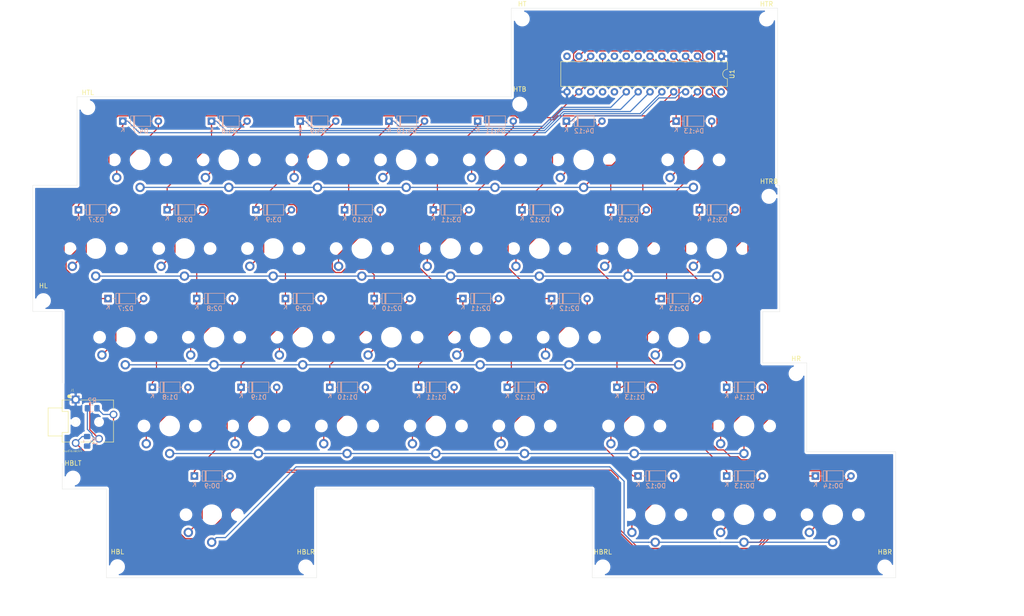
<source format=kicad_pcb>
(kicad_pcb (version 20171130) (host pcbnew "(5.1.4-0-10_14)")
  (layers (0 F.Cu signal) (31 B.Cu signal) (34 B.Paste user) (35 F.Paste user) (36 B.SilkS user) (37 F.SilkS user) (38 B.Mask user) (39 F.Mask user) (44 Edge.Cuts user))
  (net 0 "")
  (net 1 "Net-(D0:9-Pad2)")
  (net 2 /COL9)
  (net 3 "Net-(D0:12-Pad2)")
  (net 4 /COL12)
  (net 5 "Net-(D0:13-Pad2)")
  (net 6 /COL13)
  (net 7 "Net-(D0:14-Pad2)")
  (net 8 /COL14)
  (net 9 "Net-(D1:8-Pad2)")
  (net 10 /COL8)
  (net 11 "Net-(D1:9-Pad2)")
  (net 12 "Net-(D1:10-Pad2)")
  (net 13 /COL10)
  (net 14 "Net-(D1:11-Pad2)")
  (net 15 /COL11)
  (net 16 "Net-(D1:12-Pad2)")
  (net 17 "Net-(D1:13-Pad2)")
  (net 18 "Net-(D1:14-Pad2)")
  (net 19 "Net-(D2:7-Pad2)")
  (net 20 /COL7)
  (net 21 "Net-(D2:8-Pad2)")
  (net 22 "Net-(D2:9-Pad2)")
  (net 23 "Net-(D2:10-Pad2)")
  (net 24 "Net-(D2:11-Pad2)")
  (net 25 "Net-(D2:12-Pad2)")
  (net 26 "Net-(D2:13-Pad2)")
  (net 27 "Net-(D3:7-Pad2)")
  (net 28 "Net-(D3:8-Pad2)")
  (net 29 "Net-(D3:9-Pad2)")
  (net 30 "Net-(D3:10-Pad2)")
  (net 31 "Net-(D3:11-Pad2)")
  (net 32 "Net-(D3:12-Pad2)")
  (net 33 "Net-(D3:13-Pad2)")
  (net 34 "Net-(D3:14-Pad2)")
  (net 35 "Net-(D4:7-Pad2)")
  (net 36 "Net-(D4:8-Pad2)")
  (net 37 "Net-(D4:9-Pad2)")
  (net 38 "Net-(D4:10-Pad2)")
  (net 39 "Net-(D4:11-Pad2)")
  (net 40 "Net-(D4:12-Pad2)")
  (net 41 "Net-(D4:13-Pad2)")
  (net 42 /I2C_CLK)
  (net 43 /I2C_DAT)
  (net 44 VCC)
  (net 45 GND)
  (net 46 /ROW0)
  (net 47 /ROW1)
  (net 48 /ROW2)
  (net 49 /ROW3)
  (net 50 /ROW4)
  (net 51 "Net-(U1-Pad18)")
  (net 52 "Net-(U1-Pad19)")
  (net 53 "Net-(U1-Pad10)")
  (net 54 "Net-(U1-Pad9)")
  (net 55 "Net-(U1-Pad8)")
  (module Nomad:CUI_SJ-43514 (layer F.Cu) (at 39.28 105.24)
    (fp_text reference J1 (at -3.28488 -6.81327) (layer F.SilkS) (effects (font (size 0.480598 0.480598) (thickness 0.05))))
    (fp_text value AudioJack4 (at -3.23167 6.20609) (layer F.SilkS) (effects (font (size 0.480844 0.480844) (thickness 0.05))))
    (fp_line (start -5.5 2.25) (end -5.5 8.85) (layer Edge.Cuts) (width 0.0001))
    (fp_line (start -4.2 2.25) (end -5.5 2.25) (layer Edge.Cuts) (width 0.0001))
    (fp_line (start -4.2 -2.25) (end -4.2 2.25) (layer Edge.Cuts) (width 0.0001))
    (fp_line (start -5.5 -2.25) (end -4.2 -2.25) (layer Edge.Cuts) (width 0.0001))
    (fp_line (start -5.5 -8.35) (end -5.5 -2.25) (layer Edge.Cuts) (width 0.0001))
    (pad Hole np_thru_hole circle (at 2.4 0) (size 1.1 1.1) (drill 1.1) (layers *.Cu *.Mask F.SilkS))
    (pad Hole np_thru_hole circle (at -2.6 0) (size 1.1 1.1) (drill 1.1) (layers *.Cu *.Mask F.SilkS))
    (pad R2 thru_hole circle (at -2.6 4.5) (size 1.65 1.65) (drill 1.1) (layers *.Cu *.Mask) (net 42 /I2C_CLK))
    (pad R1 thru_hole circle (at 5.5 -1.6) (size 1.65 1.65) (drill 1.1) (layers *.Cu *.Mask) (net 43 /I2C_DAT))
    (pad T thru_hole circle (at 2.4 3.6) (size 1.65 1.65) (drill 1.1) (layers *.Cu *.Mask) (net 44 VCC))
    (pad S thru_hole rect (at -2.6 -4.8) (size 1.65 1.65) (drill 1.1) (layers *.Cu *.Mask) (net 45 GND))
  )
  (module Package_DIP:DIP-28_W7.62mm (layer F.Cu) (at 174.92 26.92 270)
    (fp_text reference U1 (at 3.81 -2.33 90) (layer F.SilkS))
    (fp_text value MCP23018-E_SP)
    (pad 28 thru_hole oval (at 7.62 0 270) (size 1.6 1.6) (drill 0.8) (layers *.Cu *.Mask))
    (pad 14 thru_hole oval (at 0 33.02 270) (size 1.6 1.6) (drill 0.8) (layers *.Cu *.Mask))
    (pad 27 thru_hole oval (at 7.62 2.54 270) (size 1.6 1.6) (drill 0.8) (layers *.Cu *.Mask) (net 48 /ROW2))
    (pad 13 thru_hole oval (at 0 30.48 270) (size 1.6 1.6) (drill 0.8) (layers *.Cu *.Mask) (net 43 /I2C_DAT))
    (pad 26 thru_hole oval (at 7.62 5.08 270) (size 1.6 1.6) (drill 0.8) (layers *.Cu *.Mask) (net 6 /COL13))
    (pad 12 thru_hole oval (at 0 27.94 270) (size 1.6 1.6) (drill 0.8) (layers *.Cu *.Mask) (net 42 /I2C_CLK))
    (pad 25 thru_hole oval (at 7.62 7.62 270) (size 1.6 1.6) (drill 0.8) (layers *.Cu *.Mask) (net 4 /COL12))
    (pad 11 thru_hole oval (at 0 25.4 270) (size 1.6 1.6) (drill 0.8) (layers *.Cu *.Mask) (net 44 VCC))
    (pad 24 thru_hole oval (at 7.62 10.16 270) (size 1.6 1.6) (drill 0.8) (layers *.Cu *.Mask) (net 15 /COL11))
    (pad 10 thru_hole oval (at 0 22.86 270) (size 1.6 1.6) (drill 0.8) (layers *.Cu *.Mask) (net 53 "Net-(U1-Pad10)"))
    (pad 23 thru_hole oval (at 7.62 12.7 270) (size 1.6 1.6) (drill 0.8) (layers *.Cu *.Mask) (net 20 /COL7))
    (pad 9 thru_hole oval (at 0 20.32 270) (size 1.6 1.6) (drill 0.8) (layers *.Cu *.Mask) (net 54 "Net-(U1-Pad9)"))
    (pad 22 thru_hole oval (at 7.62 15.24 270) (size 1.6 1.6) (drill 0.8) (layers *.Cu *.Mask) (net 10 /COL8))
    (pad 8 thru_hole oval (at 0 17.78 270) (size 1.6 1.6) (drill 0.8) (layers *.Cu *.Mask) (net 55 "Net-(U1-Pad8)"))
    (pad 21 thru_hole oval (at 7.62 17.78 270) (size 1.6 1.6) (drill 0.8) (layers *.Cu *.Mask) (net 2 /COL9))
    (pad 7 thru_hole oval (at 0 15.24 270) (size 1.6 1.6) (drill 0.8) (layers *.Cu *.Mask) (net 50 /ROW4))
    (pad 20 thru_hole oval (at 7.62 20.32 270) (size 1.6 1.6) (drill 0.8) (layers *.Cu *.Mask) (net 13 /COL10))
    (pad 6 thru_hole oval (at 0 12.7 270) (size 1.6 1.6) (drill 0.8) (layers *.Cu *.Mask) (net 49 /ROW3))
    (pad 19 thru_hole oval (at 7.62 22.86 270) (size 1.6 1.6) (drill 0.8) (layers *.Cu *.Mask) (net 52 "Net-(U1-Pad19)"))
    (pad 5 thru_hole oval (at 0 10.16 270) (size 1.6 1.6) (drill 0.8) (layers *.Cu *.Mask) (net 8 /COL14))
    (pad 18 thru_hole oval (at 7.62 25.4 270) (size 1.6 1.6) (drill 0.8) (layers *.Cu *.Mask) (net 51 "Net-(U1-Pad18)"))
    (pad 4 thru_hole oval (at 0 7.62 270) (size 1.6 1.6) (drill 0.8) (layers *.Cu *.Mask) (net 47 /ROW1))
    (pad 17 thru_hole oval (at 7.62 27.94 270) (size 1.6 1.6) (drill 0.8) (layers *.Cu *.Mask))
    (pad 3 thru_hole oval (at 0 5.08 270) (size 1.6 1.6) (drill 0.8) (layers *.Cu *.Mask) (net 46 /ROW0))
    (pad 16 thru_hole oval (at 7.62 30.48 270) (size 1.6 1.6) (drill 0.8) (layers *.Cu *.Mask) (net 44 VCC))
    (pad 2 thru_hole oval (at 0 2.54 270) (size 1.6 1.6) (drill 0.8) (layers *.Cu *.Mask))
    (pad 15 thru_hole oval (at 7.62 33.02 270) (size 1.6 1.6) (drill 0.8) (layers *.Cu *.Mask) (net 45 GND))
    (pad 1 thru_hole rect (at 0 0 270) (size 1.6 1.6) (drill 0.8) (layers *.Cu *.Mask) (net 45 GND))
  )
  (module Nomad:Kailh-PG1350-1u (layer F.Cu) (at 168.97 49.1)
    (fp_text reference SW4:13)
    (fp_text value SW_Push hide)
    (pad "" np_thru_hole circle (at 5.5 0 180) (size 1.7 1.7) (drill 1.7) (layers *.Cu *.Mask))
    (pad "" np_thru_hole circle (at -5.5 0 180) (size 1.7 1.7) (drill 1.7) (layers *.Cu *.Mask))
    (pad 2 thru_hole circle (at -5 3.8 41.9) (size 2 2) (drill 1.2) (layers *.Cu *.Mask) (net 41 "Net-(D4:13-Pad2)"))
    (pad 1 thru_hole circle (at 0 5.9 180) (size 2 2) (drill 1.2) (layers *.Cu *.Mask) (net 50 /ROW4))
    (pad "" np_thru_hole circle (at 0 0 180) (size 3.4 3.4) (drill 3.4) (layers *.Cu *.Mask))
  )
  (module MountingHole:MountingHole_2.2mm_M2 (layer F.Cu) (at 132.31 18.92)
    (fp_text reference HT (at 0 -3.2) (layer F.SilkS))
    (fp_text value MountingHole_2.2mm_M2)
    (pad 1 np_thru_hole circle (at 0 0) (size 2.2 2.2) (drill 2.2) (layers *.Cu *.Mask))
  )
  (module MountingHole:MountingHole_2.2mm_M2 (layer F.Cu) (at 149.58 136.29)
    (fp_text reference HBRL (at 0 -3.2) (layer F.SilkS))
    (fp_text value MountingHole_2.2mm_M2)
    (pad 1 np_thru_hole circle (at 0 0) (size 2.2 2.2) (drill 2.2) (layers *.Cu *.Mask))
  )
  (module MountingHole:MountingHole_2.2mm_M2 (layer F.Cu) (at 85.96 136.29)
    (fp_text reference HBLR (at 0 -3.2) (layer F.SilkS))
    (fp_text value MountingHole_2.2mm_M2)
    (pad 1 np_thru_hole circle (at 0 0) (size 2.2 2.2) (drill 2.2) (layers *.Cu *.Mask))
  )
  (module MountingHole:MountingHole_2.2mm_M2 (layer F.Cu) (at 190.97 94.89)
    (fp_text reference HR (at 0 -3.2) (layer F.SilkS))
    (fp_text value MountingHole_2.2mm_M2)
    (pad 1 np_thru_hole circle (at 0 0) (size 2.2 2.2) (drill 2.2) (layers *.Cu *.Mask))
  )
  (module MountingHole:MountingHole_2.2mm_M2 (layer F.Cu) (at 185.16 56.92)
    (fp_text reference HTRB (at 0 -3.2) (layer F.SilkS))
    (fp_text value MountingHole_2.2mm_M2)
    (pad 1 np_thru_hole circle (at 0 0) (size 2.2 2.2) (drill 2.2) (layers *.Cu *.Mask))
  )
  (module MountingHole:MountingHole_2.2mm_M2 (layer F.Cu) (at 209.98 136.3)
    (fp_text reference HBR (at 0 -3.2) (layer F.SilkS))
    (fp_text value MountingHole_2.2mm_M2)
    (pad 1 np_thru_hole circle (at 0 0) (size 2.2 2.2) (drill 2.2) (layers *.Cu *.Mask))
  )
  (module MountingHole:MountingHole_2.2mm_M2 (layer F.Cu) (at 184.64 18.94)
    (fp_text reference HTR (at 0 -3.2) (layer F.SilkS))
    (fp_text value MountingHole_2.2mm_M2)
    (pad 1 np_thru_hole circle (at 0 0) (size 2.2 2.2) (drill 2.2) (layers *.Cu *.Mask))
  )
  (module MountingHole:MountingHole_2.2mm_M2 (layer F.Cu) (at 131.79 37.18)
    (fp_text reference HTB (at 0 -3.2) (layer F.SilkS))
    (fp_text value MountingHole_2.2mm_M2)
    (pad 1 np_thru_hole circle (at 0 0) (size 2.2 2.2) (drill 2.2) (layers *.Cu *.Mask))
  )
  (module MountingHole:MountingHole_2.2mm_M2 (layer F.Cu) (at 29.76 79.27)
    (fp_text reference HL (at 0 -3.2) (layer F.SilkS))
    (fp_text value MountingHole_2.2mm_M2)
    (pad 1 np_thru_hole circle (at 0 0) (size 2.2 2.2) (drill 2.2) (layers *.Cu *.Mask))
  )
  (module MountingHole:MountingHole_2.2mm_M2 (layer F.Cu) (at 39.27 37.9)
    (fp_text reference HTL (at 0 -3.2) (layer F.SilkS))
    (fp_text value MountingHole_2.2mm_M2)
    (pad 1 np_thru_hole circle (at 0 0) (size 2.2 2.2) (drill 2.2) (layers *.Cu *.Mask))
  )
  (module MountingHole:MountingHole_2.2mm_M2 (layer F.Cu) (at 36.11 117.27)
    (fp_text reference HBLT (at 0 -3.2) (layer F.SilkS))
    (fp_text value MountingHole_2.2mm_M2)
    (pad 1 np_thru_hole circle (at 0 0) (size 2.2 2.2) (drill 2.2) (layers *.Cu *.Mask))
  )
  (module MountingHole:MountingHole_2.2mm_M2 (layer F.Cu) (at 45.62 136.25)
    (fp_text reference HBL (at 0 -3.2) (layer F.SilkS))
    (fp_text value MountingHole_2.2mm_M2)
    (pad 1 np_thru_hole circle (at 0 0) (size 2.2 2.2) (drill 2.2) (layers *.Cu *.Mask))
  )
  (module Nomad:Kailh-PG1350-1u (layer F.Cu) (at 145.47 49.1)
    (fp_text reference SW4:12)
    (fp_text value SW_Push hide)
    (pad "" np_thru_hole circle (at 5.5 0 180) (size 1.7 1.7) (drill 1.7) (layers *.Cu *.Mask))
    (pad "" np_thru_hole circle (at -5.5 0 180) (size 1.7 1.7) (drill 1.7) (layers *.Cu *.Mask))
    (pad 2 thru_hole circle (at -5 3.8 41.9) (size 2 2) (drill 1.2) (layers *.Cu *.Mask) (net 40 "Net-(D4:12-Pad2)"))
    (pad 1 thru_hole circle (at 0 5.9 180) (size 2 2) (drill 1.2) (layers *.Cu *.Mask) (net 50 /ROW4))
    (pad "" np_thru_hole circle (at 0 0 180) (size 3.4 3.4) (drill 3.4) (layers *.Cu *.Mask))
  )
  (module Nomad:Kailh-PG1350-1u (layer F.Cu) (at 126.47 49.1)
    (fp_text reference SW4:11)
    (fp_text value SW_Push hide)
    (pad "" np_thru_hole circle (at 5.5 0 180) (size 1.7 1.7) (drill 1.7) (layers *.Cu *.Mask))
    (pad "" np_thru_hole circle (at -5.5 0 180) (size 1.7 1.7) (drill 1.7) (layers *.Cu *.Mask))
    (pad 2 thru_hole circle (at -5 3.8 41.9) (size 2 2) (drill 1.2) (layers *.Cu *.Mask) (net 39 "Net-(D4:11-Pad2)"))
    (pad 1 thru_hole circle (at 0 5.9 180) (size 2 2) (drill 1.2) (layers *.Cu *.Mask) (net 50 /ROW4))
    (pad "" np_thru_hole circle (at 0 0 180) (size 3.4 3.4) (drill 3.4) (layers *.Cu *.Mask))
  )
  (module Nomad:Kailh-PG1350-1u (layer F.Cu) (at 107.47 49.1)
    (fp_text reference SW4:10)
    (fp_text value SW_Push hide)
    (pad "" np_thru_hole circle (at 5.5 0 180) (size 1.7 1.7) (drill 1.7) (layers *.Cu *.Mask))
    (pad "" np_thru_hole circle (at -5.5 0 180) (size 1.7 1.7) (drill 1.7) (layers *.Cu *.Mask))
    (pad 2 thru_hole circle (at -5 3.8 41.9) (size 2 2) (drill 1.2) (layers *.Cu *.Mask) (net 38 "Net-(D4:10-Pad2)"))
    (pad 1 thru_hole circle (at 0 5.9 180) (size 2 2) (drill 1.2) (layers *.Cu *.Mask) (net 50 /ROW4))
    (pad "" np_thru_hole circle (at 0 0 180) (size 3.4 3.4) (drill 3.4) (layers *.Cu *.Mask))
  )
  (module Nomad:Kailh-PG1350-1u (layer F.Cu) (at 88.47 49.1)
    (fp_text reference SW4:9)
    (fp_text value SW_Push hide)
    (pad "" np_thru_hole circle (at 5.5 0 180) (size 1.7 1.7) (drill 1.7) (layers *.Cu *.Mask))
    (pad "" np_thru_hole circle (at -5.5 0 180) (size 1.7 1.7) (drill 1.7) (layers *.Cu *.Mask))
    (pad 2 thru_hole circle (at -5 3.8 41.9) (size 2 2) (drill 1.2) (layers *.Cu *.Mask) (net 37 "Net-(D4:9-Pad2)"))
    (pad 1 thru_hole circle (at 0 5.9 180) (size 2 2) (drill 1.2) (layers *.Cu *.Mask) (net 50 /ROW4))
    (pad "" np_thru_hole circle (at 0 0 180) (size 3.4 3.4) (drill 3.4) (layers *.Cu *.Mask))
  )
  (module Nomad:Kailh-PG1350-1u (layer F.Cu) (at 69.47 49.1)
    (fp_text reference SW4:8)
    (fp_text value SW_Push hide)
    (pad "" np_thru_hole circle (at 5.5 0 180) (size 1.7 1.7) (drill 1.7) (layers *.Cu *.Mask))
    (pad "" np_thru_hole circle (at -5.5 0 180) (size 1.7 1.7) (drill 1.7) (layers *.Cu *.Mask))
    (pad 2 thru_hole circle (at -5 3.8 41.9) (size 2 2) (drill 1.2) (layers *.Cu *.Mask) (net 36 "Net-(D4:8-Pad2)"))
    (pad 1 thru_hole circle (at 0 5.9 180) (size 2 2) (drill 1.2) (layers *.Cu *.Mask) (net 50 /ROW4))
    (pad "" np_thru_hole circle (at 0 0 180) (size 3.4 3.4) (drill 3.4) (layers *.Cu *.Mask))
  )
  (module Nomad:Kailh-PG1350-1u (layer F.Cu) (at 50.47 49.1)
    (fp_text reference SW4:7)
    (fp_text value SW_Push hide)
    (pad "" np_thru_hole circle (at 5.5 0 180) (size 1.7 1.7) (drill 1.7) (layers *.Cu *.Mask))
    (pad "" np_thru_hole circle (at -5.5 0 180) (size 1.7 1.7) (drill 1.7) (layers *.Cu *.Mask))
    (pad 2 thru_hole circle (at -5 3.8 41.9) (size 2 2) (drill 1.2) (layers *.Cu *.Mask) (net 35 "Net-(D4:7-Pad2)"))
    (pad 1 thru_hole circle (at 0 5.9 180) (size 2 2) (drill 1.2) (layers *.Cu *.Mask) (net 50 /ROW4))
    (pad "" np_thru_hole circle (at 0 0 180) (size 3.4 3.4) (drill 3.4) (layers *.Cu *.Mask))
  )
  (module Nomad:Kailh-PG1350-1u (layer F.Cu) (at 173.97 68.1)
    (fp_text reference SW3:14)
    (fp_text value SW_Push hide)
    (pad "" np_thru_hole circle (at 5.5 0 180) (size 1.7 1.7) (drill 1.7) (layers *.Cu *.Mask))
    (pad "" np_thru_hole circle (at -5.5 0 180) (size 1.7 1.7) (drill 1.7) (layers *.Cu *.Mask))
    (pad 2 thru_hole circle (at -5 3.8 41.9) (size 2 2) (drill 1.2) (layers *.Cu *.Mask) (net 34 "Net-(D3:14-Pad2)"))
    (pad 1 thru_hole circle (at 0 5.9 180) (size 2 2) (drill 1.2) (layers *.Cu *.Mask) (net 49 /ROW3))
    (pad "" np_thru_hole circle (at 0 0 180) (size 3.4 3.4) (drill 3.4) (layers *.Cu *.Mask))
  )
  (module Nomad:Kailh-PG1350-1u (layer F.Cu) (at 154.97 68.1)
    (fp_text reference SW3:13)
    (fp_text value SW_Push hide)
    (pad "" np_thru_hole circle (at 5.5 0 180) (size 1.7 1.7) (drill 1.7) (layers *.Cu *.Mask))
    (pad "" np_thru_hole circle (at -5.5 0 180) (size 1.7 1.7) (drill 1.7) (layers *.Cu *.Mask))
    (pad 2 thru_hole circle (at -5 3.8 41.9) (size 2 2) (drill 1.2) (layers *.Cu *.Mask) (net 33 "Net-(D3:13-Pad2)"))
    (pad 1 thru_hole circle (at 0 5.9 180) (size 2 2) (drill 1.2) (layers *.Cu *.Mask) (net 49 /ROW3))
    (pad "" np_thru_hole circle (at 0 0 180) (size 3.4 3.4) (drill 3.4) (layers *.Cu *.Mask))
  )
  (module Nomad:Kailh-PG1350-1u (layer F.Cu) (at 135.97 68.1)
    (fp_text reference SW3:12)
    (fp_text value SW_Push hide)
    (pad "" np_thru_hole circle (at 5.5 0 180) (size 1.7 1.7) (drill 1.7) (layers *.Cu *.Mask))
    (pad "" np_thru_hole circle (at -5.5 0 180) (size 1.7 1.7) (drill 1.7) (layers *.Cu *.Mask))
    (pad 2 thru_hole circle (at -5 3.8 41.9) (size 2 2) (drill 1.2) (layers *.Cu *.Mask) (net 32 "Net-(D3:12-Pad2)"))
    (pad 1 thru_hole circle (at 0 5.9 180) (size 2 2) (drill 1.2) (layers *.Cu *.Mask) (net 49 /ROW3))
    (pad "" np_thru_hole circle (at 0 0 180) (size 3.4 3.4) (drill 3.4) (layers *.Cu *.Mask))
  )
  (module Nomad:Kailh-PG1350-1u (layer F.Cu) (at 116.97 68.1)
    (fp_text reference SW3:11)
    (fp_text value SW_Push hide)
    (pad "" np_thru_hole circle (at 5.5 0 180) (size 1.7 1.7) (drill 1.7) (layers *.Cu *.Mask))
    (pad "" np_thru_hole circle (at -5.5 0 180) (size 1.7 1.7) (drill 1.7) (layers *.Cu *.Mask))
    (pad 2 thru_hole circle (at -5 3.8 41.9) (size 2 2) (drill 1.2) (layers *.Cu *.Mask) (net 31 "Net-(D3:11-Pad2)"))
    (pad 1 thru_hole circle (at 0 5.9 180) (size 2 2) (drill 1.2) (layers *.Cu *.Mask) (net 49 /ROW3))
    (pad "" np_thru_hole circle (at 0 0 180) (size 3.4 3.4) (drill 3.4) (layers *.Cu *.Mask))
  )
  (module Nomad:Kailh-PG1350-1u (layer F.Cu) (at 97.97 68.1)
    (fp_text reference SW3:10)
    (fp_text value SW_Push hide)
    (pad "" np_thru_hole circle (at 5.5 0 180) (size 1.7 1.7) (drill 1.7) (layers *.Cu *.Mask))
    (pad "" np_thru_hole circle (at -5.5 0 180) (size 1.7 1.7) (drill 1.7) (layers *.Cu *.Mask))
    (pad 2 thru_hole circle (at -5 3.8 41.9) (size 2 2) (drill 1.2) (layers *.Cu *.Mask) (net 30 "Net-(D3:10-Pad2)"))
    (pad 1 thru_hole circle (at 0 5.9 180) (size 2 2) (drill 1.2) (layers *.Cu *.Mask) (net 49 /ROW3))
    (pad "" np_thru_hole circle (at 0 0 180) (size 3.4 3.4) (drill 3.4) (layers *.Cu *.Mask))
  )
  (module Nomad:Kailh-PG1350-1u (layer F.Cu) (at 78.97 68.1)
    (fp_text reference SW3:9)
    (fp_text value SW_Push hide)
    (pad "" np_thru_hole circle (at 5.5 0 180) (size 1.7 1.7) (drill 1.7) (layers *.Cu *.Mask))
    (pad "" np_thru_hole circle (at -5.5 0 180) (size 1.7 1.7) (drill 1.7) (layers *.Cu *.Mask))
    (pad 2 thru_hole circle (at -5 3.8 41.9) (size 2 2) (drill 1.2) (layers *.Cu *.Mask) (net 29 "Net-(D3:9-Pad2)"))
    (pad 1 thru_hole circle (at 0 5.9 180) (size 2 2) (drill 1.2) (layers *.Cu *.Mask) (net 49 /ROW3))
    (pad "" np_thru_hole circle (at 0 0 180) (size 3.4 3.4) (drill 3.4) (layers *.Cu *.Mask))
  )
  (module Nomad:Kailh-PG1350-1u (layer F.Cu) (at 59.97 68.1)
    (fp_text reference SW3:8)
    (fp_text value SW_Push hide)
    (pad "" np_thru_hole circle (at 5.5 0 180) (size 1.7 1.7) (drill 1.7) (layers *.Cu *.Mask))
    (pad "" np_thru_hole circle (at -5.5 0 180) (size 1.7 1.7) (drill 1.7) (layers *.Cu *.Mask))
    (pad 2 thru_hole circle (at -5 3.8 41.9) (size 2 2) (drill 1.2) (layers *.Cu *.Mask) (net 28 "Net-(D3:8-Pad2)"))
    (pad 1 thru_hole circle (at 0 5.9 180) (size 2 2) (drill 1.2) (layers *.Cu *.Mask) (net 49 /ROW3))
    (pad "" np_thru_hole circle (at 0 0 180) (size 3.4 3.4) (drill 3.4) (layers *.Cu *.Mask))
  )
  (module Nomad:Kailh-PG1350-1u (layer F.Cu) (at 40.97 68.1)
    (fp_text reference SW3:7)
    (fp_text value SW_Push hide)
    (pad "" np_thru_hole circle (at 5.5 0 180) (size 1.7 1.7) (drill 1.7) (layers *.Cu *.Mask))
    (pad "" np_thru_hole circle (at -5.5 0 180) (size 1.7 1.7) (drill 1.7) (layers *.Cu *.Mask))
    (pad 2 thru_hole circle (at -5 3.8 41.9) (size 2 2) (drill 1.2) (layers *.Cu *.Mask) (net 27 "Net-(D3:7-Pad2)"))
    (pad 1 thru_hole circle (at 0 5.9 180) (size 2 2) (drill 1.2) (layers *.Cu *.Mask) (net 49 /ROW3))
    (pad "" np_thru_hole circle (at 0 0 180) (size 3.4 3.4) (drill 3.4) (layers *.Cu *.Mask))
  )
  (module Nomad:Kailh-PG1350-1u (layer F.Cu) (at 165.803333 87.1)
    (fp_text reference SW2:13)
    (fp_text value SW_Push hide)
    (pad "" np_thru_hole circle (at 5.5 0 180) (size 1.7 1.7) (drill 1.7) (layers *.Cu *.Mask))
    (pad "" np_thru_hole circle (at -5.5 0 180) (size 1.7 1.7) (drill 1.7) (layers *.Cu *.Mask))
    (pad 2 thru_hole circle (at -5 3.8 41.9) (size 2 2) (drill 1.2) (layers *.Cu *.Mask) (net 26 "Net-(D2:13-Pad2)"))
    (pad 1 thru_hole circle (at 0 5.9 180) (size 2 2) (drill 1.2) (layers *.Cu *.Mask) (net 48 /ROW2))
    (pad "" np_thru_hole circle (at 0 0 180) (size 3.4 3.4) (drill 3.4) (layers *.Cu *.Mask))
  )
  (module Nomad:Kailh-PG1350-1u (layer F.Cu) (at 142.303333 87.1)
    (fp_text reference SW2:12)
    (fp_text value SW_Push hide)
    (pad "" np_thru_hole circle (at 5.5 0 180) (size 1.7 1.7) (drill 1.7) (layers *.Cu *.Mask))
    (pad "" np_thru_hole circle (at -5.5 0 180) (size 1.7 1.7) (drill 1.7) (layers *.Cu *.Mask))
    (pad 2 thru_hole circle (at -5 3.8 41.9) (size 2 2) (drill 1.2) (layers *.Cu *.Mask) (net 25 "Net-(D2:12-Pad2)"))
    (pad 1 thru_hole circle (at 0 5.9 180) (size 2 2) (drill 1.2) (layers *.Cu *.Mask) (net 48 /ROW2))
    (pad "" np_thru_hole circle (at 0 0 180) (size 3.4 3.4) (drill 3.4) (layers *.Cu *.Mask))
  )
  (module Nomad:Kailh-PG1350-1u (layer F.Cu) (at 123.303333 87.1)
    (fp_text reference SW2:11)
    (fp_text value SW_Push hide)
    (pad "" np_thru_hole circle (at 5.5 0 180) (size 1.7 1.7) (drill 1.7) (layers *.Cu *.Mask))
    (pad "" np_thru_hole circle (at -5.5 0 180) (size 1.7 1.7) (drill 1.7) (layers *.Cu *.Mask))
    (pad 2 thru_hole circle (at -5 3.8 41.9) (size 2 2) (drill 1.2) (layers *.Cu *.Mask) (net 24 "Net-(D2:11-Pad2)"))
    (pad 1 thru_hole circle (at 0 5.9 180) (size 2 2) (drill 1.2) (layers *.Cu *.Mask) (net 48 /ROW2))
    (pad "" np_thru_hole circle (at 0 0 180) (size 3.4 3.4) (drill 3.4) (layers *.Cu *.Mask))
  )
  (module Nomad:Kailh-PG1350-1u (layer F.Cu) (at 104.303333 87.1)
    (fp_text reference SW2:10)
    (fp_text value SW_Push hide)
    (pad "" np_thru_hole circle (at 5.5 0 180) (size 1.7 1.7) (drill 1.7) (layers *.Cu *.Mask))
    (pad "" np_thru_hole circle (at -5.5 0 180) (size 1.7 1.7) (drill 1.7) (layers *.Cu *.Mask))
    (pad 2 thru_hole circle (at -5 3.8 41.9) (size 2 2) (drill 1.2) (layers *.Cu *.Mask) (net 23 "Net-(D2:10-Pad2)"))
    (pad 1 thru_hole circle (at 0 5.9 180) (size 2 2) (drill 1.2) (layers *.Cu *.Mask) (net 48 /ROW2))
    (pad "" np_thru_hole circle (at 0 0 180) (size 3.4 3.4) (drill 3.4) (layers *.Cu *.Mask))
  )
  (module Nomad:Kailh-PG1350-1u (layer F.Cu) (at 85.303333 87.1)
    (fp_text reference SW2:9)
    (fp_text value SW_Push hide)
    (pad "" np_thru_hole circle (at 5.5 0 180) (size 1.7 1.7) (drill 1.7) (layers *.Cu *.Mask))
    (pad "" np_thru_hole circle (at -5.5 0 180) (size 1.7 1.7) (drill 1.7) (layers *.Cu *.Mask))
    (pad 2 thru_hole circle (at -5 3.8 41.9) (size 2 2) (drill 1.2) (layers *.Cu *.Mask) (net 22 "Net-(D2:9-Pad2)"))
    (pad 1 thru_hole circle (at 0 5.9 180) (size 2 2) (drill 1.2) (layers *.Cu *.Mask) (net 48 /ROW2))
    (pad "" np_thru_hole circle (at 0 0 180) (size 3.4 3.4) (drill 3.4) (layers *.Cu *.Mask))
  )
  (module Nomad:Kailh-PG1350-1u (layer F.Cu) (at 66.303333 87.1)
    (fp_text reference SW2:8)
    (fp_text value SW_Push hide)
    (pad "" np_thru_hole circle (at 5.5 0 180) (size 1.7 1.7) (drill 1.7) (layers *.Cu *.Mask))
    (pad "" np_thru_hole circle (at -5.5 0 180) (size 1.7 1.7) (drill 1.7) (layers *.Cu *.Mask))
    (pad 2 thru_hole circle (at -5 3.8 41.9) (size 2 2) (drill 1.2) (layers *.Cu *.Mask) (net 21 "Net-(D2:8-Pad2)"))
    (pad 1 thru_hole circle (at 0 5.9 180) (size 2 2) (drill 1.2) (layers *.Cu *.Mask) (net 48 /ROW2))
    (pad "" np_thru_hole circle (at 0 0 180) (size 3.4 3.4) (drill 3.4) (layers *.Cu *.Mask))
  )
  (module Nomad:Kailh-PG1350-1u (layer F.Cu) (at 47.303333 87.1)
    (fp_text reference SW2:7)
    (fp_text value SW_Push hide)
    (pad "" np_thru_hole circle (at 5.5 0 180) (size 1.7 1.7) (drill 1.7) (layers *.Cu *.Mask))
    (pad "" np_thru_hole circle (at -5.5 0 180) (size 1.7 1.7) (drill 1.7) (layers *.Cu *.Mask))
    (pad 2 thru_hole circle (at -5 3.8 41.9) (size 2 2) (drill 1.2) (layers *.Cu *.Mask) (net 19 "Net-(D2:7-Pad2)"))
    (pad 1 thru_hole circle (at 0 5.9 180) (size 2 2) (drill 1.2) (layers *.Cu *.Mask) (net 48 /ROW2))
    (pad "" np_thru_hole circle (at 0 0 180) (size 3.4 3.4) (drill 3.4) (layers *.Cu *.Mask))
  )
  (module Nomad:Kailh-PG1350-1u (layer F.Cu) (at 179.803333 106.1)
    (fp_text reference SW1:14)
    (fp_text value SW_Push hide)
    (pad "" np_thru_hole circle (at 5.5 0 180) (size 1.7 1.7) (drill 1.7) (layers *.Cu *.Mask))
    (pad "" np_thru_hole circle (at -5.5 0 180) (size 1.7 1.7) (drill 1.7) (layers *.Cu *.Mask))
    (pad 2 thru_hole circle (at -5 3.8 41.9) (size 2 2) (drill 1.2) (layers *.Cu *.Mask) (net 18 "Net-(D1:14-Pad2)"))
    (pad 1 thru_hole circle (at 0 5.9 180) (size 2 2) (drill 1.2) (layers *.Cu *.Mask) (net 47 /ROW1))
    (pad "" np_thru_hole circle (at 0 0 180) (size 3.4 3.4) (drill 3.4) (layers *.Cu *.Mask))
  )
  (module Nomad:Kailh-PG1350-1u (layer F.Cu) (at 156.303333 106.1)
    (fp_text reference SW1:13)
    (fp_text value SW_Push hide)
    (pad "" np_thru_hole circle (at 5.5 0 180) (size 1.7 1.7) (drill 1.7) (layers *.Cu *.Mask))
    (pad "" np_thru_hole circle (at -5.5 0 180) (size 1.7 1.7) (drill 1.7) (layers *.Cu *.Mask))
    (pad 2 thru_hole circle (at -5 3.8 41.9) (size 2 2) (drill 1.2) (layers *.Cu *.Mask) (net 17 "Net-(D1:13-Pad2)"))
    (pad 1 thru_hole circle (at 0 5.9 180) (size 2 2) (drill 1.2) (layers *.Cu *.Mask) (net 47 /ROW1))
    (pad "" np_thru_hole circle (at 0 0 180) (size 3.4 3.4) (drill 3.4) (layers *.Cu *.Mask))
  )
  (module Nomad:Kailh-PG1350-1u (layer F.Cu) (at 132.803333 106.1)
    (fp_text reference SW1:12)
    (fp_text value SW_Push hide)
    (pad "" np_thru_hole circle (at 5.5 0 180) (size 1.7 1.7) (drill 1.7) (layers *.Cu *.Mask))
    (pad "" np_thru_hole circle (at -5.5 0 180) (size 1.7 1.7) (drill 1.7) (layers *.Cu *.Mask))
    (pad 2 thru_hole circle (at -5 3.8 41.9) (size 2 2) (drill 1.2) (layers *.Cu *.Mask) (net 16 "Net-(D1:12-Pad2)"))
    (pad 1 thru_hole circle (at 0 5.9 180) (size 2 2) (drill 1.2) (layers *.Cu *.Mask) (net 47 /ROW1))
    (pad "" np_thru_hole circle (at 0 0 180) (size 3.4 3.4) (drill 3.4) (layers *.Cu *.Mask))
  )
  (module Nomad:Kailh-PG1350-1u (layer F.Cu) (at 113.803333 106.1)
    (fp_text reference SW1:11)
    (fp_text value SW_Push hide)
    (pad "" np_thru_hole circle (at 5.5 0 180) (size 1.7 1.7) (drill 1.7) (layers *.Cu *.Mask))
    (pad "" np_thru_hole circle (at -5.5 0 180) (size 1.7 1.7) (drill 1.7) (layers *.Cu *.Mask))
    (pad 2 thru_hole circle (at -5 3.8 41.9) (size 2 2) (drill 1.2) (layers *.Cu *.Mask) (net 14 "Net-(D1:11-Pad2)"))
    (pad 1 thru_hole circle (at 0 5.9 180) (size 2 2) (drill 1.2) (layers *.Cu *.Mask) (net 47 /ROW1))
    (pad "" np_thru_hole circle (at 0 0 180) (size 3.4 3.4) (drill 3.4) (layers *.Cu *.Mask))
  )
  (module Nomad:Kailh-PG1350-1u (layer F.Cu) (at 94.803333 106.1)
    (fp_text reference SW1:10)
    (fp_text value SW_Push hide)
    (pad "" np_thru_hole circle (at 5.5 0 180) (size 1.7 1.7) (drill 1.7) (layers *.Cu *.Mask))
    (pad "" np_thru_hole circle (at -5.5 0 180) (size 1.7 1.7) (drill 1.7) (layers *.Cu *.Mask))
    (pad 2 thru_hole circle (at -5 3.8 41.9) (size 2 2) (drill 1.2) (layers *.Cu *.Mask) (net 12 "Net-(D1:10-Pad2)"))
    (pad 1 thru_hole circle (at 0 5.9 180) (size 2 2) (drill 1.2) (layers *.Cu *.Mask) (net 47 /ROW1))
    (pad "" np_thru_hole circle (at 0 0 180) (size 3.4 3.4) (drill 3.4) (layers *.Cu *.Mask))
  )
  (module Nomad:Kailh-PG1350-1u (layer F.Cu) (at 75.803333 106.1)
    (fp_text reference SW1:9)
    (fp_text value SW_Push hide)
    (pad "" np_thru_hole circle (at 5.5 0 180) (size 1.7 1.7) (drill 1.7) (layers *.Cu *.Mask))
    (pad "" np_thru_hole circle (at -5.5 0 180) (size 1.7 1.7) (drill 1.7) (layers *.Cu *.Mask))
    (pad 2 thru_hole circle (at -5 3.8 41.9) (size 2 2) (drill 1.2) (layers *.Cu *.Mask) (net 11 "Net-(D1:9-Pad2)"))
    (pad 1 thru_hole circle (at 0 5.9 180) (size 2 2) (drill 1.2) (layers *.Cu *.Mask) (net 47 /ROW1))
    (pad "" np_thru_hole circle (at 0 0 180) (size 3.4 3.4) (drill 3.4) (layers *.Cu *.Mask))
  )
  (module Nomad:Kailh-PG1350-1u (layer F.Cu) (at 56.803333 106.1)
    (fp_text reference SW1:8)
    (fp_text value SW_Push hide)
    (pad "" np_thru_hole circle (at 5.5 0 180) (size 1.7 1.7) (drill 1.7) (layers *.Cu *.Mask))
    (pad "" np_thru_hole circle (at -5.5 0 180) (size 1.7 1.7) (drill 1.7) (layers *.Cu *.Mask))
    (pad 2 thru_hole circle (at -5 3.8 41.9) (size 2 2) (drill 1.2) (layers *.Cu *.Mask) (net 9 "Net-(D1:8-Pad2)"))
    (pad 1 thru_hole circle (at 0 5.9 180) (size 2 2) (drill 1.2) (layers *.Cu *.Mask) (net 47 /ROW1))
    (pad "" np_thru_hole circle (at 0 0 180) (size 3.4 3.4) (drill 3.4) (layers *.Cu *.Mask))
  )
  (module Nomad:Kailh-PG1350-1u (layer F.Cu) (at 198.803333 125.1)
    (fp_text reference SW0:14)
    (fp_text value SW_Push hide)
    (pad "" np_thru_hole circle (at 5.5 0 180) (size 1.7 1.7) (drill 1.7) (layers *.Cu *.Mask))
    (pad "" np_thru_hole circle (at -5.5 0 180) (size 1.7 1.7) (drill 1.7) (layers *.Cu *.Mask))
    (pad 2 thru_hole circle (at -5 3.8 41.9) (size 2 2) (drill 1.2) (layers *.Cu *.Mask) (net 7 "Net-(D0:14-Pad2)"))
    (pad 1 thru_hole circle (at 0 5.9 180) (size 2 2) (drill 1.2) (layers *.Cu *.Mask) (net 46 /ROW0))
    (pad "" np_thru_hole circle (at 0 0 180) (size 3.4 3.4) (drill 3.4) (layers *.Cu *.Mask))
  )
  (module Nomad:Kailh-PG1350-1u (layer F.Cu) (at 179.803333 125.1)
    (fp_text reference SW0:13)
    (fp_text value SW_Push hide)
    (pad "" np_thru_hole circle (at 5.5 0 180) (size 1.7 1.7) (drill 1.7) (layers *.Cu *.Mask))
    (pad "" np_thru_hole circle (at -5.5 0 180) (size 1.7 1.7) (drill 1.7) (layers *.Cu *.Mask))
    (pad 2 thru_hole circle (at -5 3.8 41.9) (size 2 2) (drill 1.2) (layers *.Cu *.Mask) (net 5 "Net-(D0:13-Pad2)"))
    (pad 1 thru_hole circle (at 0 5.9 180) (size 2 2) (drill 1.2) (layers *.Cu *.Mask) (net 46 /ROW0))
    (pad "" np_thru_hole circle (at 0 0 180) (size 3.4 3.4) (drill 3.4) (layers *.Cu *.Mask))
  )
  (module Nomad:Kailh-PG1350-1u (layer F.Cu) (at 160.803333 125.1)
    (fp_text reference SW0:12)
    (fp_text value SW_Push hide)
    (pad "" np_thru_hole circle (at 5.5 0 180) (size 1.7 1.7) (drill 1.7) (layers *.Cu *.Mask))
    (pad "" np_thru_hole circle (at -5.5 0 180) (size 1.7 1.7) (drill 1.7) (layers *.Cu *.Mask))
    (pad 2 thru_hole circle (at -5 3.8 41.9) (size 2 2) (drill 1.2) (layers *.Cu *.Mask) (net 3 "Net-(D0:12-Pad2)"))
    (pad 1 thru_hole circle (at 0 5.9 180) (size 2 2) (drill 1.2) (layers *.Cu *.Mask) (net 46 /ROW0))
    (pad "" np_thru_hole circle (at 0 0 180) (size 3.4 3.4) (drill 3.4) (layers *.Cu *.Mask))
  )
  (module Nomad:Kailh-PG1350-1u (layer F.Cu) (at 65.803333 125.1)
    (fp_text reference SW0:9)
    (fp_text value SW_Push hide)
    (pad "" np_thru_hole circle (at 5.5 0 180) (size 1.7 1.7) (drill 1.7) (layers *.Cu *.Mask))
    (pad "" np_thru_hole circle (at -5.5 0 180) (size 1.7 1.7) (drill 1.7) (layers *.Cu *.Mask))
    (pad 2 thru_hole circle (at -5 3.8 41.9) (size 2 2) (drill 1.2) (layers *.Cu *.Mask) (net 1 "Net-(D0:9-Pad2)"))
    (pad 1 thru_hole circle (at 0 5.9 180) (size 2 2) (drill 1.2) (layers *.Cu *.Mask) (net 46 /ROW0))
    (pad "" np_thru_hole circle (at 0 0 180) (size 3.4 3.4) (drill 3.4) (layers *.Cu *.Mask))
  )
  (module Resistor_SMD:R_0805_2012Metric_Pad1.15x1.40mm_HandSolder (layer B.Cu) (at 40.21 102.31 180)
    (fp_text reference R2 (at 0 1.65) (layer B.SilkS) (effects (justify mirror)))
    (fp_text value 2K2)
    (pad 2 smd roundrect (at 1.025 0 180) (size 1.15 1.4) (layers B.Cu B.Paste B.Mask) (roundrect_rratio 0.217391) (net 44 VCC))
    (pad 1 smd roundrect (at -1.025 0 180) (size 1.15 1.4) (layers B.Cu B.Paste B.Mask) (roundrect_rratio 0.217391) (net 43 /I2C_DAT))
  )
  (module Resistor_SMD:R_0805_2012Metric_Pad1.15x1.40mm_HandSolder (layer B.Cu) (at 39.13 109.38 90)
    (fp_text reference R1 (at 0 1.65 -90) (layer B.SilkS) (effects (justify mirror)))
    (fp_text value 2K2)
    (pad 2 smd roundrect (at 1.025 0 90) (size 1.15 1.4) (layers B.Cu B.Paste B.Mask) (roundrect_rratio 0.217391) (net 42 /I2C_CLK))
    (pad 1 smd roundrect (at -1.025 0 90) (size 1.15 1.4) (layers B.Cu B.Paste B.Mask) (roundrect_rratio 0.217391) (net 44 VCC))
  )
  (module Diode_THT:D_DO-35_SOD27_P7.62mm_Horizontal (layer B.Cu) (at 165.27 40.81)
    (fp_text reference D4:13 (at 3.81 2.12) (layer B.SilkS) (effects (justify mirror)))
    (fp_text value 1N4148TR)
    (fp_text user K (at 0 1.8) (layer B.SilkS) (effects (justify mirror)))
    (pad 2 thru_hole oval (at 7.62 0) (size 1.6 1.6) (drill 0.8) (layers *.Cu *.Mask) (net 41 "Net-(D4:13-Pad2)"))
    (pad 1 thru_hole rect (at 0 0) (size 1.6 1.6) (drill 0.8) (layers *.Cu *.Mask) (net 6 /COL13))
  )
  (module Diode_THT:D_DO-35_SOD27_P7.62mm_Horizontal (layer B.Cu) (at 141.77 40.81)
    (fp_text reference D4:12 (at 3.81 2.12) (layer B.SilkS) (effects (justify mirror)))
    (fp_text value 1N4148TR)
    (fp_text user K (at 0 1.8) (layer B.SilkS) (effects (justify mirror)))
    (pad 2 thru_hole oval (at 7.62 0) (size 1.6 1.6) (drill 0.8) (layers *.Cu *.Mask) (net 40 "Net-(D4:12-Pad2)"))
    (pad 1 thru_hole rect (at 0 0) (size 1.6 1.6) (drill 0.8) (layers *.Cu *.Mask) (net 4 /COL12))
  )
  (module Diode_THT:D_DO-35_SOD27_P7.62mm_Horizontal (layer B.Cu) (at 122.77 40.81)
    (fp_text reference D4:11 (at 3.81 2.12) (layer B.SilkS) (effects (justify mirror)))
    (fp_text value 1N4148TR)
    (fp_text user K (at 0 1.8) (layer B.SilkS) (effects (justify mirror)))
    (pad 2 thru_hole oval (at 7.62 0) (size 1.6 1.6) (drill 0.8) (layers *.Cu *.Mask) (net 39 "Net-(D4:11-Pad2)"))
    (pad 1 thru_hole rect (at 0 0) (size 1.6 1.6) (drill 0.8) (layers *.Cu *.Mask) (net 15 /COL11))
  )
  (module Diode_THT:D_DO-35_SOD27_P7.62mm_Horizontal (layer B.Cu) (at 103.77 40.81)
    (fp_text reference D4:10 (at 3.81 2.12) (layer B.SilkS) (effects (justify mirror)))
    (fp_text value 1N4148TR)
    (fp_text user K (at 0 1.8) (layer B.SilkS) (effects (justify mirror)))
    (pad 2 thru_hole oval (at 7.62 0) (size 1.6 1.6) (drill 0.8) (layers *.Cu *.Mask) (net 38 "Net-(D4:10-Pad2)"))
    (pad 1 thru_hole rect (at 0 0) (size 1.6 1.6) (drill 0.8) (layers *.Cu *.Mask) (net 13 /COL10))
  )
  (module Diode_THT:D_DO-35_SOD27_P7.62mm_Horizontal (layer B.Cu) (at 84.77 40.81)
    (fp_text reference D4:9 (at 3.81 2.12) (layer B.SilkS) (effects (justify mirror)))
    (fp_text value 1N4148TR)
    (fp_text user K (at 0 1.8) (layer B.SilkS) (effects (justify mirror)))
    (pad 2 thru_hole oval (at 7.62 0) (size 1.6 1.6) (drill 0.8) (layers *.Cu *.Mask) (net 37 "Net-(D4:9-Pad2)"))
    (pad 1 thru_hole rect (at 0 0) (size 1.6 1.6) (drill 0.8) (layers *.Cu *.Mask) (net 2 /COL9))
  )
  (module Diode_THT:D_DO-35_SOD27_P7.62mm_Horizontal (layer B.Cu) (at 65.77 40.81)
    (fp_text reference D4:8 (at 3.81 2.12) (layer B.SilkS) (effects (justify mirror)))
    (fp_text value 1N4148TR)
    (fp_text user K (at 0 1.8) (layer B.SilkS) (effects (justify mirror)))
    (pad 2 thru_hole oval (at 7.62 0) (size 1.6 1.6) (drill 0.8) (layers *.Cu *.Mask) (net 36 "Net-(D4:8-Pad2)"))
    (pad 1 thru_hole rect (at 0 0) (size 1.6 1.6) (drill 0.8) (layers *.Cu *.Mask) (net 10 /COL8))
  )
  (module Diode_THT:D_DO-35_SOD27_P7.62mm_Horizontal (layer B.Cu) (at 46.77 40.81)
    (fp_text reference D4:7 (at 3.81 2.12) (layer B.SilkS) (effects (justify mirror)))
    (fp_text value 1N4148TR)
    (fp_text user K (at 0 1.8) (layer B.SilkS) (effects (justify mirror)))
    (pad 2 thru_hole oval (at 7.62 0) (size 1.6 1.6) (drill 0.8) (layers *.Cu *.Mask) (net 35 "Net-(D4:7-Pad2)"))
    (pad 1 thru_hole rect (at 0 0) (size 1.6 1.6) (drill 0.8) (layers *.Cu *.Mask) (net 20 /COL7))
  )
  (module Diode_THT:D_DO-35_SOD27_P7.62mm_Horizontal (layer B.Cu) (at 170.27 59.81)
    (fp_text reference D3:14 (at 3.81 2.12) (layer B.SilkS) (effects (justify mirror)))
    (fp_text value 1N4148TR)
    (fp_text user K (at 0 1.8) (layer B.SilkS) (effects (justify mirror)))
    (pad 2 thru_hole oval (at 7.62 0) (size 1.6 1.6) (drill 0.8) (layers *.Cu *.Mask) (net 34 "Net-(D3:14-Pad2)"))
    (pad 1 thru_hole rect (at 0 0) (size 1.6 1.6) (drill 0.8) (layers *.Cu *.Mask) (net 8 /COL14))
  )
  (module Diode_THT:D_DO-35_SOD27_P7.62mm_Horizontal (layer B.Cu) (at 151.27 59.81)
    (fp_text reference D3:13 (at 3.81 2.12) (layer B.SilkS) (effects (justify mirror)))
    (fp_text value 1N4148TR)
    (fp_text user K (at 0 1.8) (layer B.SilkS) (effects (justify mirror)))
    (pad 2 thru_hole oval (at 7.62 0) (size 1.6 1.6) (drill 0.8) (layers *.Cu *.Mask) (net 33 "Net-(D3:13-Pad2)"))
    (pad 1 thru_hole rect (at 0 0) (size 1.6 1.6) (drill 0.8) (layers *.Cu *.Mask) (net 6 /COL13))
  )
  (module Diode_THT:D_DO-35_SOD27_P7.62mm_Horizontal (layer B.Cu) (at 132.27 59.81)
    (fp_text reference D3:12 (at 3.81 2.12) (layer B.SilkS) (effects (justify mirror)))
    (fp_text value 1N4148TR)
    (fp_text user K (at 0 1.8) (layer B.SilkS) (effects (justify mirror)))
    (pad 2 thru_hole oval (at 7.62 0) (size 1.6 1.6) (drill 0.8) (layers *.Cu *.Mask) (net 32 "Net-(D3:12-Pad2)"))
    (pad 1 thru_hole rect (at 0 0) (size 1.6 1.6) (drill 0.8) (layers *.Cu *.Mask) (net 4 /COL12))
  )
  (module Diode_THT:D_DO-35_SOD27_P7.62mm_Horizontal (layer B.Cu) (at 113.27 59.81)
    (fp_text reference D3:11 (at 3.81 2.12) (layer B.SilkS) (effects (justify mirror)))
    (fp_text value 1N4148TR)
    (fp_text user K (at 0 1.8) (layer B.SilkS) (effects (justify mirror)))
    (pad 2 thru_hole oval (at 7.62 0) (size 1.6 1.6) (drill 0.8) (layers *.Cu *.Mask) (net 31 "Net-(D3:11-Pad2)"))
    (pad 1 thru_hole rect (at 0 0) (size 1.6 1.6) (drill 0.8) (layers *.Cu *.Mask) (net 15 /COL11))
  )
  (module Diode_THT:D_DO-35_SOD27_P7.62mm_Horizontal (layer B.Cu) (at 94.27 59.81)
    (fp_text reference D3:10 (at 3.81 2.12) (layer B.SilkS) (effects (justify mirror)))
    (fp_text value 1N4148TR)
    (fp_text user K (at 0 1.8) (layer B.SilkS) (effects (justify mirror)))
    (pad 2 thru_hole oval (at 7.62 0) (size 1.6 1.6) (drill 0.8) (layers *.Cu *.Mask) (net 30 "Net-(D3:10-Pad2)"))
    (pad 1 thru_hole rect (at 0 0) (size 1.6 1.6) (drill 0.8) (layers *.Cu *.Mask) (net 13 /COL10))
  )
  (module Diode_THT:D_DO-35_SOD27_P7.62mm_Horizontal (layer B.Cu) (at 75.27 59.81)
    (fp_text reference D3:9 (at 3.81 2.12) (layer B.SilkS) (effects (justify mirror)))
    (fp_text value 1N4148TR)
    (fp_text user K (at 0 1.8) (layer B.SilkS) (effects (justify mirror)))
    (pad 2 thru_hole oval (at 7.62 0) (size 1.6 1.6) (drill 0.8) (layers *.Cu *.Mask) (net 29 "Net-(D3:9-Pad2)"))
    (pad 1 thru_hole rect (at 0 0) (size 1.6 1.6) (drill 0.8) (layers *.Cu *.Mask) (net 2 /COL9))
  )
  (module Diode_THT:D_DO-35_SOD27_P7.62mm_Horizontal (layer B.Cu) (at 56.27 59.81)
    (fp_text reference D3:8 (at 3.81 2.12) (layer B.SilkS) (effects (justify mirror)))
    (fp_text value 1N4148TR)
    (fp_text user K (at 0 1.8) (layer B.SilkS) (effects (justify mirror)))
    (pad 2 thru_hole oval (at 7.62 0) (size 1.6 1.6) (drill 0.8) (layers *.Cu *.Mask) (net 28 "Net-(D3:8-Pad2)"))
    (pad 1 thru_hole rect (at 0 0) (size 1.6 1.6) (drill 0.8) (layers *.Cu *.Mask) (net 10 /COL8))
  )
  (module Diode_THT:D_DO-35_SOD27_P7.62mm_Horizontal (layer B.Cu) (at 37.27 59.81)
    (fp_text reference D3:7 (at 3.81 2.12) (layer B.SilkS) (effects (justify mirror)))
    (fp_text value 1N4148TR)
    (fp_text user K (at 0 1.8) (layer B.SilkS) (effects (justify mirror)))
    (pad 2 thru_hole oval (at 7.62 0) (size 1.6 1.6) (drill 0.8) (layers *.Cu *.Mask) (net 27 "Net-(D3:7-Pad2)"))
    (pad 1 thru_hole rect (at 0 0) (size 1.6 1.6) (drill 0.8) (layers *.Cu *.Mask) (net 20 /COL7))
  )
  (module Diode_THT:D_DO-35_SOD27_P7.62mm_Horizontal (layer B.Cu) (at 162.103333 78.81)
    (fp_text reference D2:13 (at 3.81 2.12) (layer B.SilkS) (effects (justify mirror)))
    (fp_text value 1N4148TR)
    (fp_text user K (at 0 1.8) (layer B.SilkS) (effects (justify mirror)))
    (pad 2 thru_hole oval (at 7.62 0) (size 1.6 1.6) (drill 0.8) (layers *.Cu *.Mask) (net 26 "Net-(D2:13-Pad2)"))
    (pad 1 thru_hole rect (at 0 0) (size 1.6 1.6) (drill 0.8) (layers *.Cu *.Mask) (net 6 /COL13))
  )
  (module Diode_THT:D_DO-35_SOD27_P7.62mm_Horizontal (layer B.Cu) (at 138.603333 78.81)
    (fp_text reference D2:12 (at 3.81 2.12) (layer B.SilkS) (effects (justify mirror)))
    (fp_text value 1N4148TR)
    (fp_text user K (at 0 1.8) (layer B.SilkS) (effects (justify mirror)))
    (pad 2 thru_hole oval (at 7.62 0) (size 1.6 1.6) (drill 0.8) (layers *.Cu *.Mask) (net 25 "Net-(D2:12-Pad2)"))
    (pad 1 thru_hole rect (at 0 0) (size 1.6 1.6) (drill 0.8) (layers *.Cu *.Mask) (net 4 /COL12))
  )
  (module Diode_THT:D_DO-35_SOD27_P7.62mm_Horizontal (layer B.Cu) (at 119.603333 78.81)
    (fp_text reference D2:11 (at 3.81 2.12) (layer B.SilkS) (effects (justify mirror)))
    (fp_text value 1N4148TR)
    (fp_text user K (at 0 1.8) (layer B.SilkS) (effects (justify mirror)))
    (pad 2 thru_hole oval (at 7.62 0) (size 1.6 1.6) (drill 0.8) (layers *.Cu *.Mask) (net 24 "Net-(D2:11-Pad2)"))
    (pad 1 thru_hole rect (at 0 0) (size 1.6 1.6) (drill 0.8) (layers *.Cu *.Mask) (net 15 /COL11))
  )
  (module Diode_THT:D_DO-35_SOD27_P7.62mm_Horizontal (layer B.Cu) (at 100.603333 78.81)
    (fp_text reference D2:10 (at 3.81 2.12) (layer B.SilkS) (effects (justify mirror)))
    (fp_text value 1N4148TR)
    (fp_text user K (at 0 1.8) (layer B.SilkS) (effects (justify mirror)))
    (pad 2 thru_hole oval (at 7.62 0) (size 1.6 1.6) (drill 0.8) (layers *.Cu *.Mask) (net 23 "Net-(D2:10-Pad2)"))
    (pad 1 thru_hole rect (at 0 0) (size 1.6 1.6) (drill 0.8) (layers *.Cu *.Mask) (net 13 /COL10))
  )
  (module Diode_THT:D_DO-35_SOD27_P7.62mm_Horizontal (layer B.Cu) (at 81.603333 78.81)
    (fp_text reference D2:9 (at 3.81 2.12) (layer B.SilkS) (effects (justify mirror)))
    (fp_text value 1N4148TR)
    (fp_text user K (at 0 1.8) (layer B.SilkS) (effects (justify mirror)))
    (pad 2 thru_hole oval (at 7.62 0) (size 1.6 1.6) (drill 0.8) (layers *.Cu *.Mask) (net 22 "Net-(D2:9-Pad2)"))
    (pad 1 thru_hole rect (at 0 0) (size 1.6 1.6) (drill 0.8) (layers *.Cu *.Mask) (net 2 /COL9))
  )
  (module Diode_THT:D_DO-35_SOD27_P7.62mm_Horizontal (layer B.Cu) (at 62.603333 78.81)
    (fp_text reference D2:8 (at 3.81 2.12) (layer B.SilkS) (effects (justify mirror)))
    (fp_text value 1N4148TR)
    (fp_text user K (at 0 1.8) (layer B.SilkS) (effects (justify mirror)))
    (pad 2 thru_hole oval (at 7.62 0) (size 1.6 1.6) (drill 0.8) (layers *.Cu *.Mask) (net 21 "Net-(D2:8-Pad2)"))
    (pad 1 thru_hole rect (at 0 0) (size 1.6 1.6) (drill 0.8) (layers *.Cu *.Mask) (net 10 /COL8))
  )
  (module Diode_THT:D_DO-35_SOD27_P7.62mm_Horizontal (layer B.Cu) (at 43.603333 78.81)
    (fp_text reference D2:7 (at 3.81 2.12) (layer B.SilkS) (effects (justify mirror)))
    (fp_text value 1N4148TR)
    (fp_text user K (at 0 1.8) (layer B.SilkS) (effects (justify mirror)))
    (pad 2 thru_hole oval (at 7.62 0) (size 1.6 1.6) (drill 0.8) (layers *.Cu *.Mask) (net 19 "Net-(D2:7-Pad2)"))
    (pad 1 thru_hole rect (at 0 0) (size 1.6 1.6) (drill 0.8) (layers *.Cu *.Mask) (net 20 /COL7))
  )
  (module Diode_THT:D_DO-35_SOD27_P7.62mm_Horizontal (layer B.Cu) (at 176.103333 97.81)
    (fp_text reference D1:14 (at 3.81 2.12) (layer B.SilkS) (effects (justify mirror)))
    (fp_text value 1N4148TR)
    (fp_text user K (at 0 1.8) (layer B.SilkS) (effects (justify mirror)))
    (pad 2 thru_hole oval (at 7.62 0) (size 1.6 1.6) (drill 0.8) (layers *.Cu *.Mask) (net 18 "Net-(D1:14-Pad2)"))
    (pad 1 thru_hole rect (at 0 0) (size 1.6 1.6) (drill 0.8) (layers *.Cu *.Mask) (net 8 /COL14))
  )
  (module Diode_THT:D_DO-35_SOD27_P7.62mm_Horizontal (layer B.Cu) (at 152.603333 97.81)
    (fp_text reference D1:13 (at 3.81 2.12) (layer B.SilkS) (effects (justify mirror)))
    (fp_text value 1N4148TR)
    (fp_text user K (at 0 1.8) (layer B.SilkS) (effects (justify mirror)))
    (pad 2 thru_hole oval (at 7.62 0) (size 1.6 1.6) (drill 0.8) (layers *.Cu *.Mask) (net 17 "Net-(D1:13-Pad2)"))
    (pad 1 thru_hole rect (at 0 0) (size 1.6 1.6) (drill 0.8) (layers *.Cu *.Mask) (net 6 /COL13))
  )
  (module Diode_THT:D_DO-35_SOD27_P7.62mm_Horizontal (layer B.Cu) (at 129.103333 97.81)
    (fp_text reference D1:12 (at 3.81 2.12) (layer B.SilkS) (effects (justify mirror)))
    (fp_text value 1N4148TR)
    (fp_text user K (at 0 1.8) (layer B.SilkS) (effects (justify mirror)))
    (pad 2 thru_hole oval (at 7.62 0) (size 1.6 1.6) (drill 0.8) (layers *.Cu *.Mask) (net 16 "Net-(D1:12-Pad2)"))
    (pad 1 thru_hole rect (at 0 0) (size 1.6 1.6) (drill 0.8) (layers *.Cu *.Mask) (net 4 /COL12))
  )
  (module Diode_THT:D_DO-35_SOD27_P7.62mm_Horizontal (layer B.Cu) (at 110.103333 97.81)
    (fp_text reference D1:11 (at 3.81 2.12) (layer B.SilkS) (effects (justify mirror)))
    (fp_text value 1N4148TR)
    (fp_text user K (at 0 1.8) (layer B.SilkS) (effects (justify mirror)))
    (pad 2 thru_hole oval (at 7.62 0) (size 1.6 1.6) (drill 0.8) (layers *.Cu *.Mask) (net 14 "Net-(D1:11-Pad2)"))
    (pad 1 thru_hole rect (at 0 0) (size 1.6 1.6) (drill 0.8) (layers *.Cu *.Mask) (net 15 /COL11))
  )
  (module Diode_THT:D_DO-35_SOD27_P7.62mm_Horizontal (layer B.Cu) (at 91.103333 97.81)
    (fp_text reference D1:10 (at 3.81 2.12) (layer B.SilkS) (effects (justify mirror)))
    (fp_text value 1N4148TR)
    (fp_text user K (at 0 1.8) (layer B.SilkS) (effects (justify mirror)))
    (pad 2 thru_hole oval (at 7.62 0) (size 1.6 1.6) (drill 0.8) (layers *.Cu *.Mask) (net 12 "Net-(D1:10-Pad2)"))
    (pad 1 thru_hole rect (at 0 0) (size 1.6 1.6) (drill 0.8) (layers *.Cu *.Mask) (net 13 /COL10))
  )
  (module Diode_THT:D_DO-35_SOD27_P7.62mm_Horizontal (layer B.Cu) (at 72.103333 97.81)
    (fp_text reference D1:9 (at 3.81 2.12) (layer B.SilkS) (effects (justify mirror)))
    (fp_text value 1N4148TR)
    (fp_text user K (at 0 1.8) (layer B.SilkS) (effects (justify mirror)))
    (pad 2 thru_hole oval (at 7.62 0) (size 1.6 1.6) (drill 0.8) (layers *.Cu *.Mask) (net 11 "Net-(D1:9-Pad2)"))
    (pad 1 thru_hole rect (at 0 0) (size 1.6 1.6) (drill 0.8) (layers *.Cu *.Mask) (net 2 /COL9))
  )
  (module Diode_THT:D_DO-35_SOD27_P7.62mm_Horizontal (layer B.Cu) (at 53.103333 97.81)
    (fp_text reference D1:8 (at 3.81 2.12) (layer B.SilkS) (effects (justify mirror)))
    (fp_text value 1N4148TR)
    (fp_text user K (at 0 1.8) (layer B.SilkS) (effects (justify mirror)))
    (pad 2 thru_hole oval (at 7.62 0) (size 1.6 1.6) (drill 0.8) (layers *.Cu *.Mask) (net 9 "Net-(D1:8-Pad2)"))
    (pad 1 thru_hole rect (at 0 0) (size 1.6 1.6) (drill 0.8) (layers *.Cu *.Mask) (net 10 /COL8))
  )
  (module Diode_THT:D_DO-35_SOD27_P7.62mm_Horizontal (layer B.Cu) (at 195.103333 116.81)
    (fp_text reference D0:14 (at 3.81 2.12) (layer B.SilkS) (effects (justify mirror)))
    (fp_text value 1N4148TR)
    (fp_text user K (at 0 1.8) (layer B.SilkS) (effects (justify mirror)))
    (pad 2 thru_hole oval (at 7.62 0) (size 1.6 1.6) (drill 0.8) (layers *.Cu *.Mask) (net 7 "Net-(D0:14-Pad2)"))
    (pad 1 thru_hole rect (at 0 0) (size 1.6 1.6) (drill 0.8) (layers *.Cu *.Mask) (net 8 /COL14))
  )
  (module Diode_THT:D_DO-35_SOD27_P7.62mm_Horizontal (layer B.Cu) (at 176.103333 116.81)
    (fp_text reference D0:13 (at 3.81 2.12) (layer B.SilkS) (effects (justify mirror)))
    (fp_text value 1N4148TR)
    (fp_text user K (at 0 1.8) (layer B.SilkS) (effects (justify mirror)))
    (pad 2 thru_hole oval (at 7.62 0) (size 1.6 1.6) (drill 0.8) (layers *.Cu *.Mask) (net 5 "Net-(D0:13-Pad2)"))
    (pad 1 thru_hole rect (at 0 0) (size 1.6 1.6) (drill 0.8) (layers *.Cu *.Mask) (net 6 /COL13))
  )
  (module Diode_THT:D_DO-35_SOD27_P7.62mm_Horizontal (layer B.Cu) (at 157.103333 116.81)
    (fp_text reference D0:12 (at 3.81 2.12) (layer B.SilkS) (effects (justify mirror)))
    (fp_text value 1N4148TR)
    (fp_text user K (at 0 1.8) (layer B.SilkS) (effects (justify mirror)))
    (pad 2 thru_hole oval (at 7.62 0) (size 1.6 1.6) (drill 0.8) (layers *.Cu *.Mask) (net 3 "Net-(D0:12-Pad2)"))
    (pad 1 thru_hole rect (at 0 0) (size 1.6 1.6) (drill 0.8) (layers *.Cu *.Mask) (net 4 /COL12))
  )
  (module Diode_THT:D_DO-35_SOD27_P7.62mm_Horizontal (layer B.Cu) (at 62.103333 116.81)
    (fp_text reference D0:9 (at 3.81 2.12) (layer B.SilkS) (effects (justify mirror)))
    (fp_text value 1N4148TR)
    (fp_text user K (at 0 1.8) (layer B.SilkS) (effects (justify mirror)))
    (pad 2 thru_hole oval (at 7.62 0) (size 1.6 1.6) (drill 0.8) (layers *.Cu *.Mask) (net 1 "Net-(D0:9-Pad2)"))
    (pad 1 thru_hole rect (at 0 0) (size 1.6 1.6) (drill 0.8) (layers *.Cu *.Mask) (net 2 /COL9))
  )
  (gr_line (start 186.99 54.6) (end 186.99 16.6) (layer Edge.Cuts) (width 0.05))
  (gr_line (start 129.99 35.6) (end 36.96 35.6) (layer Edge.Cuts) (width 0.05))
  (gr_line (start 129.99 16.6) (end 129.99 35.6) (layer Edge.Cuts) (width 0.05))
  (gr_line (start 186.99 16.6) (end 129.99 16.6) (layer Edge.Cuts) (width 0.05))
  (gr_line (start 187.49 54.6) (end 186.99 54.6) (layer Edge.Cuts) (width 0.05))
  (gr_line (start 183.83 81.6) (end 187.49 81.6) (layer Edge.Cuts) (width 0.05))
  (gr_line (start 187.49 54.6) (end 187.49 81.6) (layer Edge.Cuts) (width 0.05))
  (gr_line (start 183.83 92.6) (end 183.83 81.6) (layer Edge.Cuts) (width 0.05))
  (gr_line (start 193.28 92.6) (end 183.83 92.6) (layer Edge.Cuts) (width 0.05))
  (gr_line (start 193.28 111.6) (end 193.28 92.6) (layer Edge.Cuts) (width 0.05))
  (gr_line (start 212.28 111.6) (end 193.28 111.6) (layer Edge.Cuts) (width 0.05))
  (gr_line (start 212.28 138.6) (end 212.28 111.6) (layer Edge.Cuts) (width 0.05))
  (gr_line (start 147.28 138.6) (end 212.28 138.6) (layer Edge.Cuts) (width 0.05))
  (gr_line (start 147.28 119.6) (end 147.28 138.6) (layer Edge.Cuts) (width 0.05))
  (gr_line (start 88.27 119.6) (end 147.28 119.6) (layer Edge.Cuts) (width 0.05))
  (gr_line (start 88.27 138.6) (end 88.27 119.6) (layer Edge.Cuts) (width 0.05))
  (gr_line (start 43.27 138.6) (end 88.27 138.6) (layer Edge.Cuts) (width 0.05))
  (gr_line (start 43.27 138.6) (end 43.27 119.6) (layer Edge.Cuts) (width 0.05))
  (gr_line (start 43.27 119.6) (end 33.78 119.6) (layer Edge.Cuts) (width 0.05))
  (gr_line (start 33.78 114.09) (end 33.78 119.6) (layer Edge.Cuts) (width 0.05))
  (gr_line (start 33.78 81.58) (end 33.78 96.89) (layer Edge.Cuts) (width 0.05))
  (gr_line (start 27.46 81.58) (end 33.78 81.58) (layer Edge.Cuts) (width 0.05))
  (gr_line (start 27.46 54.58) (end 27.46 81.58) (layer Edge.Cuts) (width 0.05))
  (gr_line (start 36.96 54.58) (end 27.46 54.58) (layer Edge.Cuts) (width 0.05))
  (gr_line (start 36.96 54.58) (end 36.96 35.6) (layer Edge.Cuts) (width 0.05))
  (segment (start 63.778332 122.755001) (end 68.923334 117.609999) (width 0.25) (layer F.Cu) (net 1))
  (segment (start 68.923334 117.609999) (end 69.723333 116.81) (width 0.25) (layer F.Cu) (net 1))
  (segment (start 63.778332 125.925001) (end 63.778332 122.755001) (width 0.25) (layer F.Cu) (net 1))
  (segment (start 60.803333 128.9) (end 63.778332 125.925001) (width 0.25) (layer F.Cu) (net 1))
  (segment (start 72.103333 98.86) (end 72.103333 97.81) (width 0.25) (layer F.Cu) (net 2))
  (segment (start 69.128332 108.735001) (end 69.128332 101.835001) (width 0.25) (layer F.Cu) (net 2))
  (segment (start 62.103333 115.76) (end 69.128332 108.735001) (width 0.25) (layer F.Cu) (net 2))
  (segment (start 69.128332 101.835001) (end 72.103333 98.86) (width 0.25) (layer F.Cu) (net 2))
  (segment (start 62.103333 116.81) (end 62.103333 115.76) (width 0.25) (layer F.Cu) (net 2))
  (segment (start 81.603333 79.86) (end 81.603333 78.81) (width 0.25) (layer F.Cu) (net 2))
  (segment (start 81.603333 83.560998) (end 81.603333 79.86) (width 0.25) (layer F.Cu) (net 2))
  (segment (start 72.103333 93.060998) (end 81.603333 83.560998) (width 0.25) (layer F.Cu) (net 2))
  (segment (start 72.103333 97.81) (end 72.103333 93.060998) (width 0.25) (layer F.Cu) (net 2))
  (segment (start 76.32 59.81) (end 75.27 59.81) (width 0.25) (layer F.Cu) (net 2))
  (segment (start 84.015001 59.269999) (end 83.430001 58.684999) (width 0.25) (layer F.Cu) (net 2))
  (segment (start 77.445001 58.684999) (end 76.32 59.81) (width 0.25) (layer F.Cu) (net 2))
  (segment (start 84.015001 65.324663) (end 84.015001 59.269999) (width 0.25) (layer F.Cu) (net 2))
  (segment (start 83.430001 58.684999) (end 77.445001 58.684999) (width 0.25) (layer F.Cu) (net 2))
  (segment (start 81.603333 67.736331) (end 84.015001 65.324663) (width 0.25) (layer F.Cu) (net 2))
  (segment (start 81.603333 78.81) (end 81.603333 67.736331) (width 0.25) (layer F.Cu) (net 2))
  (segment (start 84.77 49.26) (end 84.77 41.86) (width 0.25) (layer F.Cu) (net 2))
  (segment (start 84.77 41.86) (end 84.77 40.81) (width 0.25) (layer F.Cu) (net 2))
  (segment (start 75.27 58.76) (end 84.77 49.26) (width 0.25) (layer F.Cu) (net 2))
  (segment (start 75.27 59.81) (end 75.27 58.76) (width 0.25) (layer F.Cu) (net 2))
  (segment (start 153.37 38.31) (end 156.340001 35.339999) (width 0.25) (layer B.Cu) (net 2))
  (segment (start 140.93641 38.31) (end 153.37 38.31) (width 0.25) (layer B.Cu) (net 2))
  (segment (start 85.82 40.81) (end 87.395012 42.385012) (width 0.25) (layer B.Cu) (net 2))
  (segment (start 136.861398 42.385012) (end 140.93641 38.31) (width 0.25) (layer B.Cu) (net 2))
  (segment (start 87.395012 42.385012) (end 136.861398 42.385012) (width 0.25) (layer B.Cu) (net 2))
  (segment (start 156.340001 35.339999) (end 157.14 34.54) (width 0.25) (layer B.Cu) (net 2))
  (segment (start 84.77 40.81) (end 85.82 40.81) (width 0.25) (layer B.Cu) (net 2))
  (segment (start 164.723333 117.94137) (end 164.723333 116.81) (width 0.25) (layer F.Cu) (net 3))
  (segment (start 164.723333 118.182998) (end 164.723333 117.94137) (width 0.25) (layer F.Cu) (net 3))
  (segment (start 155.803333 127.102998) (end 164.723333 118.182998) (width 0.25) (layer F.Cu) (net 3))
  (segment (start 155.803333 128.9) (end 155.803333 127.102998) (width 0.25) (layer F.Cu) (net 3))
  (segment (start 131.278334 96.684999) (end 130.153333 97.81) (width 0.25) (layer F.Cu) (net 4))
  (segment (start 137.848334 97.269999) (end 137.263334 96.684999) (width 0.25) (layer F.Cu) (net 4))
  (segment (start 137.848334 98.605001) (end 137.848334 97.269999) (width 0.25) (layer F.Cu) (net 4))
  (segment (start 130.153333 97.81) (end 129.103333 97.81) (width 0.25) (layer F.Cu) (net 4))
  (segment (start 156.053333 116.81) (end 137.848334 98.605001) (width 0.25) (layer F.Cu) (net 4))
  (segment (start 137.263334 96.684999) (end 131.278334 96.684999) (width 0.25) (layer F.Cu) (net 4))
  (segment (start 157.103333 116.81) (end 156.053333 116.81) (width 0.25) (layer F.Cu) (net 4))
  (segment (start 138.603333 79.86) (end 138.603333 78.81) (width 0.25) (layer F.Cu) (net 4))
  (segment (start 129.978334 88.484999) (end 138.603333 79.86) (width 0.25) (layer F.Cu) (net 4))
  (segment (start 129.978334 95.884999) (end 129.978334 88.484999) (width 0.25) (layer F.Cu) (net 4))
  (segment (start 129.103333 96.76) (end 129.978334 95.884999) (width 0.25) (layer F.Cu) (net 4))
  (segment (start 129.103333 97.81) (end 129.103333 96.76) (width 0.25) (layer F.Cu) (net 4))
  (segment (start 129.294999 63.835001) (end 132.27 60.86) (width 0.25) (layer F.Cu) (net 4))
  (segment (start 129.294999 72.186001) (end 129.294999 63.835001) (width 0.25) (layer F.Cu) (net 4))
  (segment (start 132.27 60.86) (end 132.27 59.81) (width 0.25) (layer F.Cu) (net 4))
  (segment (start 135.918998 78.81) (end 129.294999 72.186001) (width 0.25) (layer F.Cu) (net 4))
  (segment (start 138.603333 78.81) (end 135.918998 78.81) (width 0.25) (layer F.Cu) (net 4))
  (segment (start 141.77 41.86) (end 141.77 40.81) (width 0.25) (layer F.Cu) (net 4))
  (segment (start 138.794999 44.835001) (end 141.77 41.86) (width 0.25) (layer F.Cu) (net 4))
  (segment (start 138.794999 52.235001) (end 138.794999 44.835001) (width 0.25) (layer F.Cu) (net 4))
  (segment (start 132.27 58.76) (end 138.794999 52.235001) (width 0.25) (layer F.Cu) (net 4))
  (segment (start 132.27 59.81) (end 132.27 58.76) (width 0.25) (layer F.Cu) (net 4))
  (segment (start 167.09 33.953394) (end 167.09 35.086606) (width 0.25) (layer F.Cu) (net 4))
  (segment (start 165.09 35.84) (end 166.39 34.54) (width 0.25) (layer B.Cu) (net 4))
  (segment (start 141.77 40.81) (end 142.82 40.81) (width 0.25) (layer B.Cu) (net 4))
  (segment (start 161.58 35.84) (end 165.09 35.84) (width 0.25) (layer B.Cu) (net 4))
  (segment (start 157.735001 39.684999) (end 161.58 35.84) (width 0.25) (layer B.Cu) (net 4))
  (segment (start 143.945001 39.684999) (end 157.735001 39.684999) (width 0.25) (layer B.Cu) (net 4))
  (segment (start 166.39 34.54) (end 167.3 34.54) (width 0.25) (layer B.Cu) (net 4))
  (segment (start 142.82 40.81) (end 143.945001 39.684999) (width 0.25) (layer B.Cu) (net 4))
  (segment (start 175.803332 127.900001) (end 175.803332 124.730001) (width 0.25) (layer F.Cu) (net 5))
  (segment (start 182.923334 117.609999) (end 183.723333 116.81) (width 0.25) (layer F.Cu) (net 5))
  (segment (start 175.803332 124.730001) (end 182.923334 117.609999) (width 0.25) (layer F.Cu) (net 5))
  (segment (start 174.803333 128.9) (end 175.803332 127.900001) (width 0.25) (layer F.Cu) (net 5))
  (segment (start 153.653333 97.81) (end 152.603333 97.81) (width 0.25) (layer F.Cu) (net 6))
  (segment (start 154.778334 96.684999) (end 153.653333 97.81) (width 0.25) (layer F.Cu) (net 6))
  (segment (start 160.763334 96.684999) (end 154.778334 96.684999) (width 0.25) (layer F.Cu) (net 6))
  (segment (start 161.348334 97.269999) (end 160.763334 96.684999) (width 0.25) (layer F.Cu) (net 6))
  (segment (start 161.348334 101.005001) (end 161.348334 97.269999) (width 0.25) (layer F.Cu) (net 6))
  (segment (start 176.103333 115.76) (end 161.348334 101.005001) (width 0.25) (layer F.Cu) (net 6))
  (segment (start 176.103333 116.81) (end 176.103333 115.76) (width 0.25) (layer F.Cu) (net 6))
  (segment (start 161.053333 78.81) (end 162.103333 78.81) (width 0.25) (layer F.Cu) (net 6))
  (segment (start 152.603333 87.26) (end 161.053333 78.81) (width 0.25) (layer F.Cu) (net 6))
  (segment (start 152.603333 97.81) (end 152.603333 87.26) (width 0.25) (layer F.Cu) (net 6))
  (segment (start 151.27 60.86) (end 151.27 59.81) (width 0.25) (layer F.Cu) (net 6))
  (segment (start 148.294999 63.835001) (end 151.27 60.86) (width 0.25) (layer F.Cu) (net 6))
  (segment (start 148.294999 72.186001) (end 148.294999 63.835001) (width 0.25) (layer F.Cu) (net 6))
  (segment (start 154.918998 78.81) (end 148.294999 72.186001) (width 0.25) (layer F.Cu) (net 6))
  (segment (start 162.103333 78.81) (end 154.918998 78.81) (width 0.25) (layer F.Cu) (net 6))
  (segment (start 164.22 40.81) (end 165.27 40.81) (width 0.25) (layer F.Cu) (net 6))
  (segment (start 151.27 53.76) (end 164.22 40.81) (width 0.25) (layer F.Cu) (net 6))
  (segment (start 151.27 59.81) (end 151.27 53.76) (width 0.25) (layer F.Cu) (net 6))
  (segment (start 165.27 39.11) (end 169.84 34.54) (width 0.25) (layer F.Cu) (net 6))
  (segment (start 165.27 40.81) (end 165.27 39.11) (width 0.25) (layer F.Cu) (net 6))
  (segment (start 201.923334 117.609999) (end 202.723333 116.81) (width 0.25) (layer F.Cu) (net 7))
  (segment (start 194.803332 124.730001) (end 201.923334 117.609999) (width 0.25) (layer F.Cu) (net 7))
  (segment (start 194.803332 127.900001) (end 194.803332 124.730001) (width 0.25) (layer F.Cu) (net 7))
  (segment (start 193.803333 128.9) (end 194.803332 127.900001) (width 0.25) (layer F.Cu) (net 7))
  (segment (start 170.27 60.86) (end 170.27 59.81) (width 0.25) (layer F.Cu) (net 8))
  (segment (start 167.294999 63.835001) (end 170.27 60.86) (width 0.25) (layer F.Cu) (net 8))
  (segment (start 167.294999 72.186001) (end 167.294999 63.835001) (width 0.25) (layer F.Cu) (net 8))
  (segment (start 170.848334 79.350001) (end 170.848334 75.739336) (width 0.25) (layer F.Cu) (net 8))
  (segment (start 170.128332 80.070003) (end 170.848334 79.350001) (width 0.25) (layer F.Cu) (net 8))
  (segment (start 170.128332 90.784999) (end 170.128332 80.070003) (width 0.25) (layer F.Cu) (net 8))
  (segment (start 170.848334 75.739336) (end 167.294999 72.186001) (width 0.25) (layer F.Cu) (net 8))
  (segment (start 176.103333 96.76) (end 170.128332 90.784999) (width 0.25) (layer F.Cu) (net 8))
  (segment (start 176.103333 97.81) (end 176.103333 96.76) (width 0.25) (layer F.Cu) (net 8))
  (segment (start 176.103333 98.86) (end 176.103333 97.81) (width 0.25) (layer F.Cu) (net 8))
  (segment (start 173.128332 101.835001) (end 176.103333 98.86) (width 0.25) (layer F.Cu) (net 8))
  (segment (start 178.512331 112.67) (end 176.884333 112.67) (width 0.25) (layer F.Cu) (net 8))
  (segment (start 173.128332 110.186001) (end 173.128332 101.835001) (width 0.25) (layer F.Cu) (net 8))
  (segment (start 174.167332 111.225001) (end 173.128332 110.186001) (width 0.25) (layer F.Cu) (net 8))
  (segment (start 179.167332 113.325001) (end 178.512331 112.67) (width 0.25) (layer F.Cu) (net 8))
  (segment (start 195.103333 116.81) (end 185.69 116.81) (width 0.25) (layer F.Cu) (net 8))
  (segment (start 176.884333 112.67) (end 175.439334 111.225001) (width 0.25) (layer F.Cu) (net 8))
  (segment (start 175.439334 111.225001) (end 174.167332 111.225001) (width 0.25) (layer F.Cu) (net 8))
  (segment (start 165.885001 28.045001) (end 165.559999 27.719999) (width 0.25) (layer F.Cu) (net 8))
  (segment (start 167.550003 28.045001) (end 165.885001 28.045001) (width 0.25) (layer F.Cu) (net 8))
  (segment (start 173.505001 34.790003) (end 173.505001 33.999999) (width 0.25) (layer F.Cu) (net 8))
  (segment (start 173.505001 33.999999) (end 167.550003 28.045001) (width 0.25) (layer F.Cu) (net 8))
  (segment (start 176.01 37.295002) (end 173.505001 34.790003) (width 0.25) (layer F.Cu) (net 8))
  (segment (start 176.01 53.02) (end 176.01 37.295002) (width 0.25) (layer F.Cu) (net 8))
  (segment (start 165.559999 27.719999) (end 164.76 26.92) (width 0.25) (layer F.Cu) (net 8))
  (segment (start 170.27 58.76) (end 176.01 53.02) (width 0.25) (layer F.Cu) (net 8))
  (segment (start 170.27 59.81) (end 170.27 58.76) (width 0.25) (layer F.Cu) (net 8))
  (segment (start 182.205001 113.325001) (end 185.69 116.81) (width 0.25) (layer F.Cu) (net 8))
  (segment (start 179.167332 113.325001) (end 182.205001 113.325001) (width 0.25) (layer F.Cu) (net 8))
  (segment (start 60.723333 98.94137) (end 60.723333 97.81) (width 0.25) (layer F.Cu) (net 9))
  (segment (start 60.723333 99.182998) (end 60.723333 98.94137) (width 0.25) (layer F.Cu) (net 9))
  (segment (start 51.803333 108.102998) (end 60.723333 99.182998) (width 0.25) (layer F.Cu) (net 9))
  (segment (start 51.803333 109.9) (end 51.803333 108.102998) (width 0.25) (layer F.Cu) (net 9))
  (segment (start 53.978334 88.484999) (end 62.603333 79.86) (width 0.25) (layer F.Cu) (net 10))
  (segment (start 53.978334 95.884999) (end 53.978334 88.484999) (width 0.25) (layer F.Cu) (net 10))
  (segment (start 53.103333 96.76) (end 53.978334 95.884999) (width 0.25) (layer F.Cu) (net 10))
  (segment (start 62.603333 79.86) (end 62.603333 78.81) (width 0.25) (layer F.Cu) (net 10))
  (segment (start 53.103333 97.81) (end 53.103333 96.76) (width 0.25) (layer F.Cu) (net 10))
  (segment (start 57.32 59.81) (end 56.27 59.81) (width 0.25) (layer F.Cu) (net 10))
  (segment (start 64.430001 58.684999) (end 58.445001 58.684999) (width 0.25) (layer F.Cu) (net 10))
  (segment (start 65.015001 59.269999) (end 64.430001 58.684999) (width 0.25) (layer F.Cu) (net 10))
  (segment (start 65.015001 60.350001) (end 65.015001 59.269999) (width 0.25) (layer F.Cu) (net 10))
  (segment (start 58.445001 58.684999) (end 57.32 59.81) (width 0.25) (layer F.Cu) (net 10))
  (segment (start 62.603333 62.761669) (end 65.015001 60.350001) (width 0.25) (layer F.Cu) (net 10))
  (segment (start 62.603333 78.81) (end 62.603333 62.761669) (width 0.25) (layer F.Cu) (net 10))
  (segment (start 65.77 41.86) (end 65.77 40.81) (width 0.25) (layer F.Cu) (net 10))
  (segment (start 65.77 45.560998) (end 65.77 41.86) (width 0.25) (layer F.Cu) (net 10))
  (segment (start 56.27 55.060998) (end 65.77 45.560998) (width 0.25) (layer F.Cu) (net 10))
  (segment (start 56.27 59.81) (end 56.27 55.060998) (width 0.25) (layer F.Cu) (net 10))
  (segment (start 158.880001 35.339999) (end 159.68 34.54) (width 0.25) (layer B.Cu) (net 10))
  (segment (start 155.46 38.76) (end 158.880001 35.339999) (width 0.25) (layer B.Cu) (net 10))
  (segment (start 137.047797 42.835023) (end 141.12282 38.76) (width 0.25) (layer B.Cu) (net 10))
  (segment (start 66.82 40.81) (end 68.845023 42.835023) (width 0.25) (layer B.Cu) (net 10))
  (segment (start 65.77 40.81) (end 66.82 40.81) (width 0.25) (layer B.Cu) (net 10))
  (segment (start 141.12282 38.76) (end 155.46 38.76) (width 0.25) (layer B.Cu) (net 10))
  (segment (start 68.845023 42.835023) (end 137.047797 42.835023) (width 0.25) (layer B.Cu) (net 10))
  (segment (start 79.723333 99.182998) (end 79.723333 98.94137) (width 0.25) (layer F.Cu) (net 11))
  (segment (start 70.803333 108.102998) (end 79.723333 99.182998) (width 0.25) (layer F.Cu) (net 11))
  (segment (start 79.723333 98.94137) (end 79.723333 97.81) (width 0.25) (layer F.Cu) (net 11))
  (segment (start 70.803333 109.9) (end 70.803333 108.102998) (width 0.25) (layer F.Cu) (net 11))
  (segment (start 98.723333 99.182998) (end 98.723333 98.94137) (width 0.25) (layer F.Cu) (net 12))
  (segment (start 98.723333 98.94137) (end 98.723333 97.81) (width 0.25) (layer F.Cu) (net 12))
  (segment (start 89.803333 108.102998) (end 98.723333 99.182998) (width 0.25) (layer F.Cu) (net 12))
  (segment (start 89.803333 109.9) (end 89.803333 108.102998) (width 0.25) (layer F.Cu) (net 12))
  (segment (start 91.103333 93.060998) (end 100.603333 83.560998) (width 0.25) (layer F.Cu) (net 13))
  (segment (start 100.603333 79.86) (end 100.603333 78.81) (width 0.25) (layer F.Cu) (net 13))
  (segment (start 100.603333 83.560998) (end 100.603333 79.86) (width 0.25) (layer F.Cu) (net 13))
  (segment (start 91.103333 97.81) (end 91.103333 93.060998) (width 0.25) (layer F.Cu) (net 13))
  (segment (start 94.27 68.039002) (end 94.27 60.86) (width 0.25) (layer F.Cu) (net 13))
  (segment (start 91.644999 72.536001) (end 91.644999 70.664003) (width 0.25) (layer F.Cu) (net 13))
  (segment (start 93.606001 73.225001) (end 92.333999 73.225001) (width 0.25) (layer F.Cu) (net 13))
  (segment (start 99.408999 72.536001) (end 94.295001 72.536001) (width 0.25) (layer F.Cu) (net 13))
  (segment (start 91.644999 70.664003) (end 94.27 68.039002) (width 0.25) (layer F.Cu) (net 13))
  (segment (start 92.333999 73.225001) (end 91.644999 72.536001) (width 0.25) (layer F.Cu) (net 13))
  (segment (start 94.295001 72.536001) (end 93.606001 73.225001) (width 0.25) (layer F.Cu) (net 13))
  (segment (start 100.603333 73.730335) (end 99.408999 72.536001) (width 0.25) (layer F.Cu) (net 13))
  (segment (start 94.27 60.86) (end 94.27 59.81) (width 0.25) (layer F.Cu) (net 13))
  (segment (start 100.603333 78.81) (end 100.603333 73.730335) (width 0.25) (layer F.Cu) (net 13))
  (segment (start 103.77 41.86) (end 103.77 40.81) (width 0.25) (layer F.Cu) (net 13))
  (segment (start 95.145001 50.484999) (end 103.77 41.86) (width 0.25) (layer F.Cu) (net 13))
  (segment (start 95.145001 57.884999) (end 95.145001 50.484999) (width 0.25) (layer F.Cu) (net 13))
  (segment (start 94.27 58.76) (end 95.145001 57.884999) (width 0.25) (layer F.Cu) (net 13))
  (segment (start 94.27 59.81) (end 94.27 58.76) (width 0.25) (layer F.Cu) (net 13))
  (segment (start 140.75 37.86) (end 151.28 37.86) (width 0.25) (layer B.Cu) (net 13))
  (segment (start 105.945001 41.935001) (end 136.674999 41.935001) (width 0.25) (layer B.Cu) (net 13))
  (segment (start 151.28 37.86) (end 154.6 34.54) (width 0.25) (layer B.Cu) (net 13))
  (segment (start 104.82 40.81) (end 105.945001 41.935001) (width 0.25) (layer B.Cu) (net 13))
  (segment (start 136.674999 41.935001) (end 140.75 37.86) (width 0.25) (layer B.Cu) (net 13))
  (segment (start 103.77 40.81) (end 104.82 40.81) (width 0.25) (layer B.Cu) (net 13))
  (segment (start 117.723333 98.94137) (end 117.723333 97.81) (width 0.25) (layer F.Cu) (net 14))
  (segment (start 108.803333 108.102998) (end 117.723333 99.182998) (width 0.25) (layer F.Cu) (net 14))
  (segment (start 117.723333 99.182998) (end 117.723333 98.94137) (width 0.25) (layer F.Cu) (net 14))
  (segment (start 108.803333 109.9) (end 108.803333 108.102998) (width 0.25) (layer F.Cu) (net 14))
  (segment (start 119.603333 79.86) (end 119.603333 78.81) (width 0.25) (layer F.Cu) (net 15))
  (segment (start 119.603333 83.560998) (end 119.603333 79.86) (width 0.25) (layer F.Cu) (net 15))
  (segment (start 110.103333 93.060998) (end 119.603333 83.560998) (width 0.25) (layer F.Cu) (net 15))
  (segment (start 110.103333 97.81) (end 110.103333 93.060998) (width 0.25) (layer F.Cu) (net 15))
  (segment (start 113.27 60.86) (end 113.27 59.81) (width 0.25) (layer F.Cu) (net 15))
  (segment (start 110.294999 72.186001) (end 110.294999 63.835001) (width 0.25) (layer F.Cu) (net 15))
  (segment (start 110.294999 63.835001) (end 113.27 60.86) (width 0.25) (layer F.Cu) (net 15))
  (segment (start 116.918998 78.81) (end 110.294999 72.186001) (width 0.25) (layer F.Cu) (net 15))
  (segment (start 119.603333 78.81) (end 116.918998 78.81) (width 0.25) (layer F.Cu) (net 15))
  (segment (start 122.77 41.86) (end 122.77 40.81) (width 0.25) (layer F.Cu) (net 15))
  (segment (start 114.145001 50.484999) (end 122.77 41.86) (width 0.25) (layer F.Cu) (net 15))
  (segment (start 114.145001 57.884999) (end 114.145001 50.484999) (width 0.25) (layer F.Cu) (net 15))
  (segment (start 113.27 58.76) (end 114.145001 57.884999) (width 0.25) (layer F.Cu) (net 15))
  (segment (start 113.27 59.81) (end 113.27 58.76) (width 0.25) (layer F.Cu) (net 15))
  (segment (start 139.936411 39.68) (end 139.1064 40.510011) (width 0.25) (layer F.Cu) (net 15))
  (segment (start 159.62 39.68) (end 139.936411 39.68) (width 0.25) (layer F.Cu) (net 15))
  (segment (start 138.056991 40.510011) (end 118.757002 59.81) (width 0.25) (layer F.Cu) (net 15))
  (segment (start 164.76 34.54) (end 159.62 39.68) (width 0.25) (layer F.Cu) (net 15))
  (segment (start 139.1064 40.510011) (end 138.056991 40.510011) (width 0.25) (layer F.Cu) (net 15))
  (segment (start 114.32 59.81) (end 113.27 59.81) (width 0.25) (layer F.Cu) (net 15))
  (segment (start 118.757002 59.81) (end 114.32 59.81) (width 0.25) (layer F.Cu) (net 15))
  (segment (start 136.723333 99.182998) (end 136.723333 98.94137) (width 0.25) (layer F.Cu) (net 16))
  (segment (start 136.723333 98.94137) (end 136.723333 97.81) (width 0.25) (layer F.Cu) (net 16))
  (segment (start 127.803333 108.102998) (end 136.723333 99.182998) (width 0.25) (layer F.Cu) (net 16))
  (segment (start 127.803333 109.9) (end 127.803333 108.102998) (width 0.25) (layer F.Cu) (net 16))
  (segment (start 160.223333 98.94137) (end 160.223333 97.81) (width 0.25) (layer F.Cu) (net 17))
  (segment (start 151.303333 108.102998) (end 160.223333 99.182998) (width 0.25) (layer F.Cu) (net 17))
  (segment (start 160.223333 99.182998) (end 160.223333 98.94137) (width 0.25) (layer F.Cu) (net 17))
  (segment (start 151.303333 109.9) (end 151.303333 108.102998) (width 0.25) (layer F.Cu) (net 17))
  (segment (start 183.723333 98.94137) (end 183.723333 97.81) (width 0.25) (layer F.Cu) (net 18))
  (segment (start 183.723333 99.182998) (end 183.723333 98.94137) (width 0.25) (layer F.Cu) (net 18))
  (segment (start 174.803333 108.102998) (end 183.723333 99.182998) (width 0.25) (layer F.Cu) (net 18))
  (segment (start 174.803333 109.9) (end 174.803333 108.102998) (width 0.25) (layer F.Cu) (net 18))
  (segment (start 45.278332 87.925001) (end 43.303332 89.900001) (width 0.25) (layer F.Cu) (net 19))
  (segment (start 43.303332 89.900001) (end 42.303333 90.9) (width 0.25) (layer F.Cu) (net 19))
  (segment (start 45.278332 84.755001) (end 45.278332 87.925001) (width 0.25) (layer F.Cu) (net 19))
  (segment (start 51.223333 78.81) (end 45.278332 84.755001) (width 0.25) (layer F.Cu) (net 19))
  (segment (start 37.27 60.86) (end 37.27 59.81) (width 0.25) (layer F.Cu) (net 20))
  (segment (start 34.644999 70.664003) (end 37.27 68.039002) (width 0.25) (layer F.Cu) (net 20))
  (segment (start 37.27 68.039002) (end 37.27 60.86) (width 0.25) (layer F.Cu) (net 20))
  (segment (start 40.918998 78.81) (end 34.644999 72.536001) (width 0.25) (layer F.Cu) (net 20))
  (segment (start 34.644999 72.536001) (end 34.644999 70.664003) (width 0.25) (layer F.Cu) (net 20))
  (segment (start 43.603333 78.81) (end 40.918998 78.81) (width 0.25) (layer F.Cu) (net 20))
  (segment (start 43.794999 44.835001) (end 46.77 41.86) (width 0.25) (layer F.Cu) (net 20))
  (segment (start 43.794999 52.235001) (end 43.794999 44.835001) (width 0.25) (layer F.Cu) (net 20))
  (segment (start 46.77 41.86) (end 46.77 40.81) (width 0.25) (layer F.Cu) (net 20))
  (segment (start 37.27 58.76) (end 43.794999 52.235001) (width 0.25) (layer F.Cu) (net 20))
  (segment (start 37.27 59.81) (end 37.27 58.76) (width 0.25) (layer F.Cu) (net 20))
  (segment (start 46.77 40.81) (end 47.82 40.81) (width 0.25) (layer B.Cu) (net 20))
  (segment (start 141.30922 39.210011) (end 157.549989 39.210011) (width 0.25) (layer B.Cu) (net 20))
  (segment (start 47.82 40.81) (end 50.29503 43.28503) (width 0.25) (layer B.Cu) (net 20))
  (segment (start 137.234201 43.28503) (end 141.30922 39.210011) (width 0.25) (layer B.Cu) (net 20))
  (segment (start 157.549989 39.210011) (end 161.420001 35.339999) (width 0.25) (layer B.Cu) (net 20))
  (segment (start 50.29503 43.28503) (end 137.234201 43.28503) (width 0.25) (layer B.Cu) (net 20))
  (segment (start 161.420001 35.339999) (end 162.22 34.54) (width 0.25) (layer B.Cu) (net 20))
  (segment (start 70.223333 79.94137) (end 70.223333 78.81) (width 0.25) (layer F.Cu) (net 21))
  (segment (start 70.223333 80.182998) (end 70.223333 79.94137) (width 0.25) (layer F.Cu) (net 21))
  (segment (start 61.303333 89.102998) (end 70.223333 80.182998) (width 0.25) (layer F.Cu) (net 21))
  (segment (start 61.303333 90.9) (end 61.303333 89.102998) (width 0.25) (layer F.Cu) (net 21))
  (segment (start 89.223333 79.94137) (end 89.223333 78.81) (width 0.25) (layer F.Cu) (net 22))
  (segment (start 89.223333 80.271666) (end 89.223333 79.94137) (width 0.25) (layer F.Cu) (net 22))
  (segment (start 80.303333 89.191666) (end 89.223333 80.271666) (width 0.25) (layer F.Cu) (net 22))
  (segment (start 80.303333 90.9) (end 80.303333 89.191666) (width 0.25) (layer F.Cu) (net 22))
  (segment (start 107.423334 79.609999) (end 108.223333 78.81) (width 0.25) (layer F.Cu) (net 23))
  (segment (start 100.303332 89.900001) (end 100.303332 86.730001) (width 0.25) (layer F.Cu) (net 23))
  (segment (start 100.303332 86.730001) (end 107.423334 79.609999) (width 0.25) (layer F.Cu) (net 23))
  (segment (start 99.303333 90.9) (end 100.303332 89.900001) (width 0.25) (layer F.Cu) (net 23))
  (segment (start 119.303332 86.730001) (end 126.423334 79.609999) (width 0.25) (layer F.Cu) (net 24))
  (segment (start 119.303332 89.900001) (end 119.303332 86.730001) (width 0.25) (layer F.Cu) (net 24))
  (segment (start 126.423334 79.609999) (end 127.223333 78.81) (width 0.25) (layer F.Cu) (net 24))
  (segment (start 118.303333 90.9) (end 119.303332 89.900001) (width 0.25) (layer F.Cu) (net 24))
  (segment (start 146.223333 79.94137) (end 146.223333 78.81) (width 0.25) (layer F.Cu) (net 25))
  (segment (start 146.223333 80.182998) (end 146.223333 79.94137) (width 0.25) (layer F.Cu) (net 25))
  (segment (start 137.303333 89.102998) (end 146.223333 80.182998) (width 0.25) (layer F.Cu) (net 25))
  (segment (start 137.303333 90.9) (end 137.303333 89.102998) (width 0.25) (layer F.Cu) (net 25))
  (segment (start 168.923334 79.609999) (end 169.723333 78.81) (width 0.25) (layer F.Cu) (net 26))
  (segment (start 161.803332 89.900001) (end 161.803332 86.730001) (width 0.25) (layer F.Cu) (net 26))
  (segment (start 161.803332 86.730001) (end 168.923334 79.609999) (width 0.25) (layer F.Cu) (net 26))
  (segment (start 160.803333 90.9) (end 161.803332 89.900001) (width 0.25) (layer F.Cu) (net 26))
  (segment (start 36.969999 70.900001) (end 35.97 71.9) (width 0.25) (layer F.Cu) (net 27))
  (segment (start 38.944999 68.925001) (end 36.969999 70.900001) (width 0.25) (layer F.Cu) (net 27))
  (segment (start 38.944999 65.755001) (end 38.944999 68.925001) (width 0.25) (layer F.Cu) (net 27))
  (segment (start 44.89 59.81) (end 38.944999 65.755001) (width 0.25) (layer F.Cu) (net 27))
  (segment (start 55.969999 70.900001) (end 54.97 71.9) (width 0.25) (layer F.Cu) (net 28))
  (segment (start 57.944999 68.925001) (end 55.969999 70.900001) (width 0.25) (layer F.Cu) (net 28))
  (segment (start 57.944999 65.755001) (end 57.944999 68.925001) (width 0.25) (layer F.Cu) (net 28))
  (segment (start 63.89 59.81) (end 57.944999 65.755001) (width 0.25) (layer F.Cu) (net 28))
  (segment (start 74.969999 70.900001) (end 73.97 71.9) (width 0.25) (layer F.Cu) (net 29))
  (segment (start 76.944999 68.925001) (end 74.969999 70.900001) (width 0.25) (layer F.Cu) (net 29))
  (segment (start 76.944999 65.755001) (end 76.944999 68.925001) (width 0.25) (layer F.Cu) (net 29))
  (segment (start 82.89 59.81) (end 76.944999 65.755001) (width 0.25) (layer F.Cu) (net 29))
  (segment (start 92.97 70.485787) (end 92.97 71.9) (width 0.25) (layer F.Cu) (net 30))
  (segment (start 92.97 70.102998) (end 92.97 70.485787) (width 0.25) (layer F.Cu) (net 30))
  (segment (start 101.89 61.182998) (end 92.97 70.102998) (width 0.25) (layer F.Cu) (net 30))
  (segment (start 101.89 59.81) (end 101.89 61.182998) (width 0.25) (layer F.Cu) (net 30))
  (segment (start 111.97 70.485787) (end 111.97 71.9) (width 0.25) (layer F.Cu) (net 31))
  (segment (start 111.97 70.102998) (end 111.97 70.485787) (width 0.25) (layer F.Cu) (net 31))
  (segment (start 120.090001 61.982997) (end 111.97 70.102998) (width 0.25) (layer F.Cu) (net 31))
  (segment (start 120.090001 60.609999) (end 120.090001 61.982997) (width 0.25) (layer F.Cu) (net 31))
  (segment (start 120.89 59.81) (end 120.090001 60.609999) (width 0.25) (layer F.Cu) (net 31))
  (segment (start 139.89 60.94137) (end 139.89 59.81) (width 0.25) (layer F.Cu) (net 32))
  (segment (start 130.97 70.102998) (end 139.89 61.182998) (width 0.25) (layer F.Cu) (net 32))
  (segment (start 139.89 61.182998) (end 139.89 60.94137) (width 0.25) (layer F.Cu) (net 32))
  (segment (start 130.97 71.9) (end 130.97 70.102998) (width 0.25) (layer F.Cu) (net 32))
  (segment (start 158.090001 60.609999) (end 158.89 59.81) (width 0.25) (layer F.Cu) (net 33))
  (segment (start 150.969999 67.730001) (end 158.090001 60.609999) (width 0.25) (layer F.Cu) (net 33))
  (segment (start 150.969999 70.900001) (end 150.969999 67.730001) (width 0.25) (layer F.Cu) (net 33))
  (segment (start 149.97 71.9) (end 150.969999 70.900001) (width 0.25) (layer F.Cu) (net 33))
  (segment (start 177.090001 60.609999) (end 177.89 59.81) (width 0.25) (layer F.Cu) (net 34))
  (segment (start 169.969999 67.730001) (end 177.090001 60.609999) (width 0.25) (layer F.Cu) (net 34))
  (segment (start 169.969999 70.900001) (end 169.969999 67.730001) (width 0.25) (layer F.Cu) (net 34))
  (segment (start 168.97 71.9) (end 169.969999 70.900001) (width 0.25) (layer F.Cu) (net 34))
  (segment (start 54.39 42.182998) (end 54.39 41.94137) (width 0.25) (layer F.Cu) (net 35))
  (segment (start 45.47 51.102998) (end 54.39 42.182998) (width 0.25) (layer F.Cu) (net 35))
  (segment (start 54.39 41.94137) (end 54.39 40.81) (width 0.25) (layer F.Cu) (net 35))
  (segment (start 45.47 52.9) (end 45.47 51.102998) (width 0.25) (layer F.Cu) (net 35))
  (segment (start 72.590001 41.609999) (end 73.39 40.81) (width 0.25) (layer F.Cu) (net 36))
  (segment (start 65.469999 48.730001) (end 72.590001 41.609999) (width 0.25) (layer F.Cu) (net 36))
  (segment (start 65.469999 51.900001) (end 65.469999 48.730001) (width 0.25) (layer F.Cu) (net 36))
  (segment (start 64.47 52.9) (end 65.469999 51.900001) (width 0.25) (layer F.Cu) (net 36))
  (segment (start 91.590001 41.609999) (end 92.39 40.81) (width 0.25) (layer F.Cu) (net 37))
  (segment (start 86.444999 46.755001) (end 91.590001 41.609999) (width 0.25) (layer F.Cu) (net 37))
  (segment (start 86.444999 48.510788) (end 86.444999 46.755001) (width 0.25) (layer F.Cu) (net 37))
  (segment (start 83.47 51.485787) (end 86.444999 48.510788) (width 0.25) (layer F.Cu) (net 37))
  (segment (start 83.47 52.9) (end 83.47 51.485787) (width 0.25) (layer F.Cu) (net 37))
  (segment (start 110.590001 41.609999) (end 111.39 40.81) (width 0.25) (layer F.Cu) (net 38))
  (segment (start 103.469999 48.730001) (end 110.590001 41.609999) (width 0.25) (layer F.Cu) (net 38))
  (segment (start 103.469999 51.900001) (end 103.469999 48.730001) (width 0.25) (layer F.Cu) (net 38))
  (segment (start 102.47 52.9) (end 103.469999 51.900001) (width 0.25) (layer F.Cu) (net 38))
  (segment (start 130.39 41.94137) (end 130.39 40.81) (width 0.25) (layer F.Cu) (net 39))
  (segment (start 130.39 42.182998) (end 130.39 41.94137) (width 0.25) (layer F.Cu) (net 39))
  (segment (start 121.47 51.102998) (end 130.39 42.182998) (width 0.25) (layer F.Cu) (net 39))
  (segment (start 121.47 52.9) (end 121.47 51.102998) (width 0.25) (layer F.Cu) (net 39))
  (segment (start 141.469999 48.730001) (end 148.590001 41.609999) (width 0.25) (layer F.Cu) (net 40))
  (segment (start 141.469999 51.900001) (end 141.469999 48.730001) (width 0.25) (layer F.Cu) (net 40))
  (segment (start 148.590001 41.609999) (end 149.39 40.81) (width 0.25) (layer F.Cu) (net 40))
  (segment (start 140.47 52.9) (end 141.469999 51.900001) (width 0.25) (layer F.Cu) (net 40))
  (segment (start 172.89 42.182998) (end 166.944999 48.127999) (width 0.25) (layer F.Cu) (net 41))
  (segment (start 166.944999 48.127999) (end 166.944999 49.925001) (width 0.25) (layer F.Cu) (net 41))
  (segment (start 164.969999 51.900001) (end 163.97 52.9) (width 0.25) (layer F.Cu) (net 41))
  (segment (start 166.944999 49.925001) (end 164.969999 51.900001) (width 0.25) (layer F.Cu) (net 41))
  (segment (start 172.89 40.81) (end 172.89 42.182998) (width 0.25) (layer F.Cu) (net 41))
  (segment (start 57.615011 130.675011) (end 37.504999 110.564999) (width 0.25) (layer F.Cu) (net 42))
  (segment (start 78.526735 116.01001) (end 63.861734 130.675011) (width 0.25) (layer F.Cu) (net 42))
  (segment (start 151.1036 116.01001) (end 78.526735 116.01001) (width 0.25) (layer F.Cu) (net 42))
  (segment (start 152.37999 117.2864) (end 151.1036 116.01001) (width 0.25) (layer F.Cu) (net 42))
  (segment (start 152.37999 128.074069) (end 152.37999 117.2864) (width 0.25) (layer F.Cu) (net 42))
  (segment (start 157.080931 132.77501) (end 152.37999 128.074069) (width 0.25) (layer F.Cu) (net 42))
  (segment (start 182.596144 132.775011) (end 157.080931 132.77501) (width 0.25) (layer F.Cu) (net 42))
  (segment (start 197.128354 118.242802) (end 182.596144 132.775011) (width 0.25) (layer F.Cu) (net 42))
  (segment (start 197.128355 115.377199) (end 197.128354 118.242802) (width 0.25) (layer F.Cu) (net 42))
  (segment (start 194.161389 114.784978) (end 196.536135 114.784979) (width 0.25) (layer F.Cu) (net 42))
  (segment (start 188.171187 98.618367) (end 188.171187 108.794776) (width 0.25) (layer F.Cu) (net 42))
  (segment (start 181.545021 37.3522) (end 181.545021 91.992201) (width 0.25) (layer F.Cu) (net 42))
  (segment (start 181.545021 91.992201) (end 188.171187 98.618367) (width 0.25) (layer F.Cu) (net 42))
  (segment (start 173.505001 26.379999) (end 173.505001 29.31218) (width 0.25) (layer F.Cu) (net 42))
  (segment (start 37.504999 110.564999) (end 36.68 109.74) (width 0.25) (layer F.Cu) (net 42))
  (segment (start 172.469991 25.344989) (end 173.505001 26.379999) (width 0.25) (layer F.Cu) (net 42))
  (segment (start 63.861734 130.675011) (end 57.615011 130.675011) (width 0.25) (layer F.Cu) (net 42))
  (segment (start 144.350009 25.344989) (end 172.469991 25.344989) (width 0.25) (layer F.Cu) (net 42))
  (segment (start 196.536135 114.784979) (end 197.128355 115.377199) (width 0.25) (layer F.Cu) (net 42))
  (segment (start 188.171187 108.794776) (end 194.161389 114.784978) (width 0.25) (layer F.Cu) (net 42))
  (segment (start 143.314999 26.379999) (end 144.350009 25.344989) (width 0.25) (layer F.Cu) (net 42))
  (segment (start 143.314999 27.460001) (end 143.314999 26.379999) (width 0.25) (layer F.Cu) (net 42))
  (segment (start 143.899999 28.045001) (end 143.314999 27.460001) (width 0.25) (layer F.Cu) (net 42))
  (segment (start 173.505001 29.31218) (end 181.545021 37.3522) (width 0.25) (layer F.Cu) (net 42))
  (segment (start 145.854999 28.045001) (end 143.899999 28.045001) (width 0.25) (layer F.Cu) (net 42))
  (segment (start 146.98 26.92) (end 145.854999 28.045001) (width 0.25) (layer F.Cu) (net 42))
  (segment (start 38.065 108.355) (end 39.13 108.355) (width 0.25) (layer B.Cu) (net 42))
  (segment (start 36.68 109.74) (end 38.065 108.355) (width 0.25) (layer B.Cu) (net 42))
  (segment (start 42.565 103.64) (end 44.78 103.64) (width 0.25) (layer B.Cu) (net 43))
  (segment (start 41.235 102.31) (end 42.565 103.64) (width 0.25) (layer B.Cu) (net 43))
  (segment (start 44.78 114.837669) (end 44.78 104.806726) (width 0.25) (layer F.Cu) (net 43))
  (segment (start 60.167332 130.225001) (end 44.78 114.837669) (width 0.25) (layer F.Cu) (net 43))
  (segment (start 78.340335 115.56) (end 63.675334 130.225001) (width 0.25) (layer F.Cu) (net 43))
  (segment (start 152.83 117.1) (end 151.29 115.56) (width 0.25) (layer F.Cu) (net 43))
  (segment (start 152.83 127.887669) (end 152.83 117.1) (width 0.25) (layer F.Cu) (net 43))
  (segment (start 63.675334 130.225001) (end 60.167332 130.225001) (width 0.25) (layer F.Cu) (net 43))
  (segment (start 157.267332 132.325001) (end 152.83 127.887669) (width 0.25) (layer F.Cu) (net 43))
  (segment (start 182.409744 132.325001) (end 157.267332 132.325001) (width 0.25) (layer F.Cu) (net 43))
  (segment (start 196.678345 118.056401) (end 182.409744 132.325001) (width 0.25) (layer F.Cu) (net 43))
  (segment (start 196.678345 115.563599) (end 196.678345 118.056401) (width 0.25) (layer F.Cu) (net 43))
  (segment (start 193.974989 115.234988) (end 196.349734 115.234988) (width 0.25) (layer F.Cu) (net 43))
  (segment (start 187.721177 98.804767) (end 187.721177 108.981177) (width 0.25) (layer F.Cu) (net 43))
  (segment (start 187.721177 108.981177) (end 193.974989 115.234988) (width 0.25) (layer F.Cu) (net 43))
  (segment (start 170.965001 26.379999) (end 170.965001 27.408591) (width 0.25) (layer F.Cu) (net 43))
  (segment (start 181.095011 92.178601) (end 187.721177 98.804767) (width 0.25) (layer F.Cu) (net 43))
  (segment (start 196.349734 115.234988) (end 196.678345 115.563599) (width 0.25) (layer F.Cu) (net 43))
  (segment (start 44.78 104.806726) (end 44.78 103.64) (width 0.25) (layer F.Cu) (net 43))
  (segment (start 151.29 115.56) (end 78.340335 115.56) (width 0.25) (layer F.Cu) (net 43))
  (segment (start 144.44 26.92) (end 145.565001 25.794999) (width 0.25) (layer F.Cu) (net 43))
  (segment (start 170.965001 27.408591) (end 181.095011 37.5386) (width 0.25) (layer F.Cu) (net 43))
  (segment (start 145.565001 25.794999) (end 170.380001 25.794999) (width 0.25) (layer F.Cu) (net 43))
  (segment (start 181.095011 37.5386) (end 181.095011 92.178601) (width 0.25) (layer F.Cu) (net 43))
  (segment (start 170.380001 25.794999) (end 170.965001 26.379999) (width 0.25) (layer F.Cu) (net 43))
  (segment (start 41.47 108.63) (end 41.68 108.84) (width 0.25) (layer B.Cu) (net 44))
  (segment (start 40.15501 108.13501) (end 40.65 108.63) (width 0.25) (layer B.Cu) (net 44))
  (segment (start 39.185 106.82181) (end 40.15501 107.79182) (width 0.25) (layer B.Cu) (net 44))
  (segment (start 40.65 108.63) (end 41.47 108.63) (width 0.25) (layer B.Cu) (net 44))
  (segment (start 40.15501 107.79182) (end 40.15501 108.13501) (width 0.25) (layer B.Cu) (net 44))
  (segment (start 39.185 102.31) (end 39.185 106.82181) (width 0.25) (layer B.Cu) (net 44))
  (segment (start 40.695 108.84) (end 41.68 108.84) (width 0.25) (layer B.Cu) (net 44))
  (segment (start 39.13 110.405) (end 40.695 108.84) (width 0.25) (layer B.Cu) (net 44))
  (segment (start 40.855001 108.015001) (end 41.68 108.84) (width 0.25) (layer F.Cu) (net 44))
  (segment (start 34.194991 60.700007) (end 34.194991 72.894991) (width 0.25) (layer F.Cu) (net 44))
  (segment (start 39.71 78.41) (end 39.71 106.87) (width 0.25) (layer F.Cu) (net 44))
  (segment (start 34.194991 72.894991) (end 39.71 78.41) (width 0.25) (layer F.Cu) (net 44))
  (segment (start 131.24 40.06) (end 130.86 39.68) (width 0.25) (layer F.Cu) (net 44))
  (segment (start 40.850022 54.044978) (end 34.194991 60.700007) (width 0.25) (layer F.Cu) (net 44))
  (segment (start 40.850022 44.544976) (end 40.850022 54.044978) (width 0.25) (layer F.Cu) (net 44))
  (segment (start 45.714998 39.68) (end 40.850022 44.544976) (width 0.25) (layer F.Cu) (net 44))
  (segment (start 130.86 39.68) (end 45.714998 39.68) (width 0.25) (layer F.Cu) (net 44))
  (segment (start 138.92 40.06) (end 131.24 40.06) (width 0.25) (layer F.Cu) (net 44))
  (segment (start 39.71 106.87) (end 40.855001 108.015001) (width 0.25) (layer F.Cu) (net 44))
  (segment (start 144.44 34.54) (end 138.92 40.06) (width 0.25) (layer F.Cu) (net 44))
  (segment (start 149.52 29.46) (end 144.44 34.54) (width 0.25) (layer F.Cu) (net 44))
  (segment (start 149.52 26.92) (end 149.52 29.46) (width 0.25) (layer F.Cu) (net 44))
  (segment (start 174.664335 131) (end 179.803333 131) (width 0.25) (layer B.Cu) (net 46))
  (segment (start 160.803333 131) (end 174.664335 131) (width 0.25) (layer B.Cu) (net 46))
  (segment (start 179.803333 131) (end 198.803333 131) (width 0.25) (layer B.Cu) (net 46))
  (segment (start 154.128332 129.186001) (end 155.942331 131) (width 0.25) (layer B.Cu) (net 46))
  (segment (start 154.128332 117.948332) (end 154.128332 129.186001) (width 0.25) (layer B.Cu) (net 46))
  (segment (start 151.03 114.85) (end 154.128332 117.948332) (width 0.25) (layer B.Cu) (net 46))
  (segment (start 159.38912 131) (end 160.803333 131) (width 0.25) (layer B.Cu) (net 46))
  (segment (start 83.89 114.85) (end 151.03 114.85) (width 0.25) (layer B.Cu) (net 46))
  (segment (start 66.803332 130.000001) (end 68.739999 130.000001) (width 0.25) (layer B.Cu) (net 46))
  (segment (start 155.942331 131) (end 159.38912 131) (width 0.25) (layer B.Cu) (net 46))
  (segment (start 68.739999 130.000001) (end 83.89 114.85) (width 0.25) (layer B.Cu) (net 46))
  (segment (start 65.803333 131) (end 66.803332 130.000001) (width 0.25) (layer B.Cu) (net 46))
  (segment (start 196.163334 115.684999) (end 192.568588 115.684999) (width 0.25) (layer F.Cu) (net 46))
  (segment (start 192.568588 115.684999) (end 187.271166 110.387577) (width 0.25) (layer F.Cu) (net 46))
  (segment (start 187.271166 110.387577) (end 187.271166 98.991167) (width 0.25) (layer F.Cu) (net 46))
  (segment (start 196.228334 117.870001) (end 196.228334 115.749999) (width 0.25) (layer F.Cu) (net 46))
  (segment (start 180.645 37.725) (end 170.639999 27.719999) (width 0.25) (layer F.Cu) (net 46))
  (segment (start 170.639999 27.719999) (end 169.84 26.92) (width 0.25) (layer F.Cu) (net 46))
  (segment (start 196.228334 115.749999) (end 196.163334 115.684999) (width 0.25) (layer F.Cu) (net 46))
  (segment (start 183.098335 131) (end 196.228334 117.870001) (width 0.25) (layer F.Cu) (net 46))
  (segment (start 180.645 92.365001) (end 180.645 37.725) (width 0.25) (layer F.Cu) (net 46))
  (segment (start 179.803333 131) (end 183.098335 131) (width 0.25) (layer F.Cu) (net 46))
  (segment (start 187.271166 98.991167) (end 180.645 92.365001) (width 0.25) (layer F.Cu) (net 46))
  (segment (start 56.803333 112) (end 75.803333 112) (width 0.25) (layer B.Cu) (net 47))
  (segment (start 75.803333 112) (end 94.803333 112) (width 0.25) (layer B.Cu) (net 47))
  (segment (start 94.803333 112) (end 113.803333 112) (width 0.25) (layer B.Cu) (net 47))
  (segment (start 113.803333 112) (end 132.803333 112) (width 0.25) (layer B.Cu) (net 47))
  (segment (start 134.217546 112) (end 156.303333 112) (width 0.25) (layer B.Cu) (net 47))
  (segment (start 132.803333 112) (end 134.217546 112) (width 0.25) (layer B.Cu) (net 47))
  (segment (start 156.303333 112) (end 179.803333 112) (width 0.25) (layer B.Cu) (net 47))
  (segment (start 170.090003 28.045001) (end 168.425001 28.045001) (width 0.25) (layer F.Cu) (net 47))
  (segment (start 179.803333 109.860998) (end 184.848334 104.815997) (width 0.25) (layer F.Cu) (net 47))
  (segment (start 184.848334 104.815997) (end 184.848334 97.269999) (width 0.25) (layer F.Cu) (net 47))
  (segment (start 179.015001 66.815997) (end 179.015001 36.969999) (width 0.25) (layer F.Cu) (net 47))
  (segment (start 179.015001 36.969999) (end 170.090003 28.045001) (width 0.25) (layer F.Cu) (net 47))
  (segment (start 168.425001 28.045001) (end 168.099999 27.719999) (width 0.25) (layer F.Cu) (net 47))
  (segment (start 177.68 68.150998) (end 179.015001 66.815997) (width 0.25) (layer F.Cu) (net 47))
  (segment (start 184.848334 97.269999) (end 182.628335 95.05) (width 0.25) (layer F.Cu) (net 47))
  (segment (start 168.099999 27.719999) (end 167.3 26.92) (width 0.25) (layer F.Cu) (net 47))
  (segment (start 177.68 95.05) (end 177.68 68.150998) (width 0.25) (layer F.Cu) (net 47))
  (segment (start 182.628335 95.05) (end 177.68 95.05) (width 0.25) (layer F.Cu) (net 47))
  (segment (start 179.803333 112) (end 179.803333 109.860998) (width 0.25) (layer F.Cu) (net 47))
  (segment (start 61.164335 93) (end 66.303333 93) (width 0.25) (layer B.Cu) (net 48))
  (segment (start 47.303333 93) (end 61.164335 93) (width 0.25) (layer B.Cu) (net 48))
  (segment (start 66.303333 93) (end 85.303333 93) (width 0.25) (layer B.Cu) (net 48))
  (segment (start 85.303333 93) (end 104.303333 93) (width 0.25) (layer B.Cu) (net 48))
  (segment (start 104.303333 93) (end 123.303333 93) (width 0.25) (layer B.Cu) (net 48))
  (segment (start 124.717546 93) (end 142.303333 93) (width 0.25) (layer B.Cu) (net 48))
  (segment (start 123.303333 93) (end 124.717546 93) (width 0.25) (layer B.Cu) (net 48))
  (segment (start 142.303333 93) (end 165.803333 93) (width 0.25) (layer B.Cu) (net 48))
  (segment (start 174.015001 36.175001) (end 172.38 34.54) (width 0.25) (layer F.Cu) (net 48))
  (segment (start 174.015001 47.052001) (end 174.015001 36.175001) (width 0.25) (layer F.Cu) (net 48))
  (segment (start 163.228334 57.838668) (end 174.015001 47.052001) (width 0.25) (layer F.Cu) (net 48))
  (segment (start 160.942331 93) (end 159.128332 91.186001) (width 0.25) (layer F.Cu) (net 48))
  (segment (start 163.228334 82.435997) (end 163.228334 57.838668) (width 0.25) (layer F.Cu) (net 48))
  (segment (start 165.803333 93) (end 160.942331 93) (width 0.25) (layer F.Cu) (net 48))
  (segment (start 159.128332 86.535999) (end 163.228334 82.435997) (width 0.25) (layer F.Cu) (net 48))
  (segment (start 159.128332 91.186001) (end 159.128332 86.535999) (width 0.25) (layer F.Cu) (net 48))
  (segment (start 42.384213 74) (end 59.97 74) (width 0.25) (layer B.Cu) (net 49))
  (segment (start 40.97 74) (end 42.384213 74) (width 0.25) (layer B.Cu) (net 49))
  (segment (start 59.97 74) (end 78.97 74) (width 0.25) (layer B.Cu) (net 49))
  (segment (start 80.384213 74) (end 97.97 74) (width 0.25) (layer B.Cu) (net 49))
  (segment (start 78.97 74) (end 80.384213 74) (width 0.25) (layer B.Cu) (net 49))
  (segment (start 99.384213 74) (end 116.97 74) (width 0.25) (layer B.Cu) (net 49))
  (segment (start 97.97 74) (end 99.384213 74) (width 0.25) (layer B.Cu) (net 49))
  (segment (start 116.97 74) (end 135.97 74) (width 0.25) (layer B.Cu) (net 49))
  (segment (start 137.384213 74) (end 154.97 74) (width 0.25) (layer B.Cu) (net 49))
  (segment (start 135.97 74) (end 137.384213 74) (width 0.25) (layer B.Cu) (net 49))
  (segment (start 154.97 74) (end 173.97 74) (width 0.25) (layer B.Cu) (net 49))
  (segment (start 163.019999 27.719999) (end 162.22 26.92) (width 0.25) (layer F.Cu) (net 49))
  (segment (start 163.345001 28.045001) (end 163.019999 27.719999) (width 0.25) (layer F.Cu) (net 49))
  (segment (start 165.010003 28.045001) (end 163.345001 28.045001) (width 0.25) (layer F.Cu) (net 49))
  (segment (start 160.015001 66.815997) (end 160.015001 59.269999) (width 0.25) (layer F.Cu) (net 49))
  (segment (start 158.144999 52.263999) (end 166.395001 44.013997) (width 0.25) (layer F.Cu) (net 49))
  (segment (start 170.965001 33.999999) (end 165.010003 28.045001) (width 0.25) (layer F.Cu) (net 49))
  (segment (start 166.395001 39.650001) (end 170.965001 35.080001) (width 0.25) (layer F.Cu) (net 49))
  (segment (start 166.395001 44.013997) (end 166.395001 39.650001) (width 0.25) (layer F.Cu) (net 49))
  (segment (start 158.144999 57.399997) (end 158.144999 52.263999) (width 0.25) (layer F.Cu) (net 49))
  (segment (start 160.015001 59.269999) (end 158.144999 57.399997) (width 0.25) (layer F.Cu) (net 49))
  (segment (start 154.97 71.860998) (end 160.015001 66.815997) (width 0.25) (layer F.Cu) (net 49))
  (segment (start 170.965001 35.080001) (end 170.965001 33.999999) (width 0.25) (layer F.Cu) (net 49))
  (segment (start 154.97 74) (end 154.97 71.860998) (width 0.25) (layer F.Cu) (net 49))
  (segment (start 50.47 55) (end 69.47 55) (width 0.25) (layer B.Cu) (net 50))
  (segment (start 69.47 55) (end 88.47 55) (width 0.25) (layer B.Cu) (net 50))
  (segment (start 89.884213 55) (end 107.47 55) (width 0.25) (layer B.Cu) (net 50))
  (segment (start 88.47 55) (end 89.884213 55) (width 0.25) (layer B.Cu) (net 50))
  (segment (start 108.884213 55) (end 126.47 55) (width 0.25) (layer B.Cu) (net 50))
  (segment (start 107.47 55) (end 108.884213 55) (width 0.25) (layer B.Cu) (net 50))
  (segment (start 126.47 55) (end 145.47 55) (width 0.25) (layer B.Cu) (net 50))
  (segment (start 145.47 55) (end 164.47 55) (width 0.25) (layer B.Cu) (net 50))
  (segment (start 168.97 55) (end 164.47 55) (width 0.25) (layer B.Cu) (net 50))
  (segment (start 165.885001 35.924001) (end 151.534001 50.275001) (width 0.25) (layer F.Cu) (net 50))
  (segment (start 165.885001 33.125001) (end 165.885001 35.924001) (width 0.25) (layer F.Cu) (net 50))
  (segment (start 159.68 26.92) (end 165.885001 33.125001) (width 0.25) (layer F.Cu) (net 50))
  (segment (start 150.194999 50.275001) (end 145.47 55) (width 0.25) (layer F.Cu) (net 50))
  (segment (start 151.534001 50.275001) (end 150.194999 50.275001) (width 0.25) (layer F.Cu) (net 50))
  (zone (net 45) (net_name GND) (layer B.Cu) (connect_pads (clearance 0.508)) (min_thickness 0.254) (fill yes (arc_segments 32) (thermal_gap 0.508) (thermal_bridge_width 0.508))
    (polygon (pts (xy 20.47 15.3) (xy 239.78 15.38) (xy 237.84 146.07) (xy 23.13 146.81)))
  )
)
</source>
